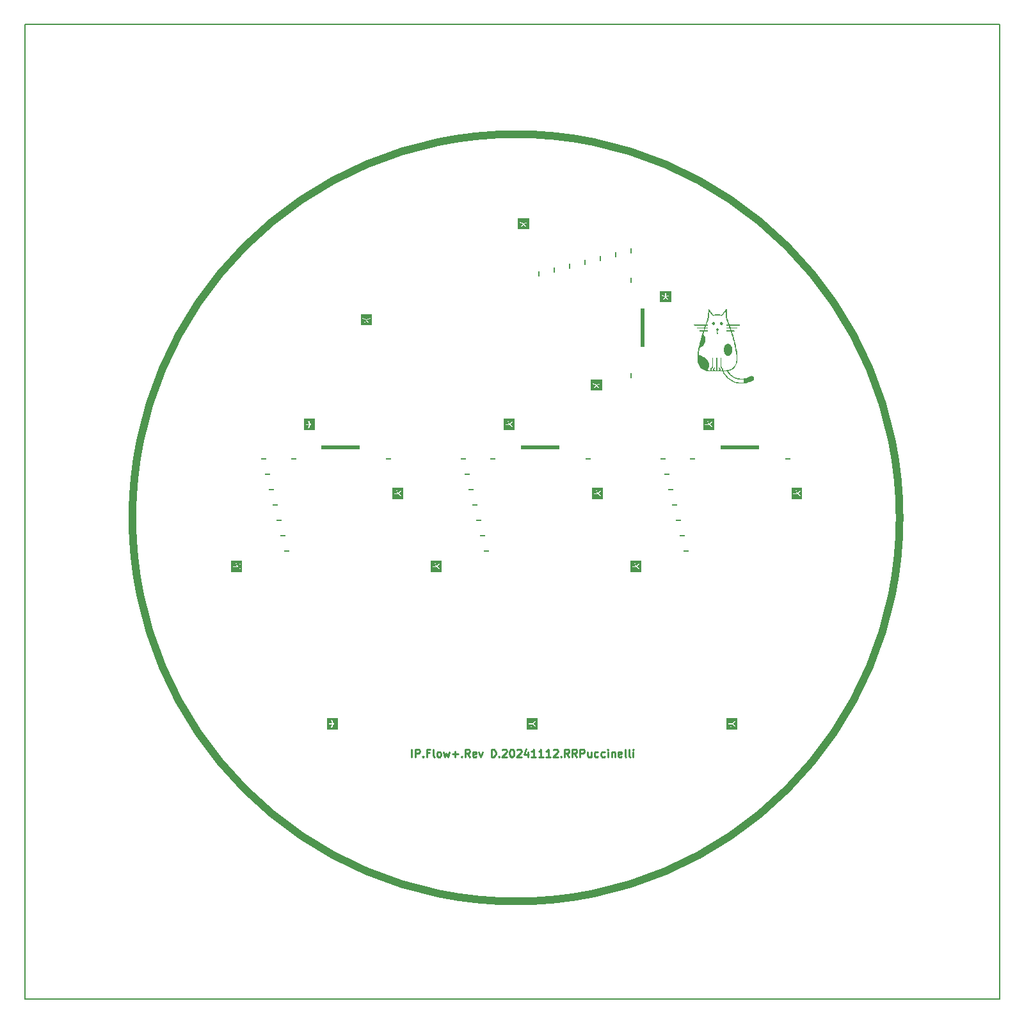
<source format=gbr>
%TF.GenerationSoftware,KiCad,Pcbnew,8.0.5*%
%TF.CreationDate,2024-11-12T16:01:04-08:00*%
%TF.ProjectId,ImmunoprecipitationDevice_RevD,496d6d75-6e6f-4707-9265-636970697461,rev?*%
%TF.SameCoordinates,Original*%
%TF.FileFunction,Legend,Top*%
%TF.FilePolarity,Positive*%
%FSLAX46Y46*%
G04 Gerber Fmt 4.6, Leading zero omitted, Abs format (unit mm)*
G04 Created by KiCad (PCBNEW 8.0.5) date 2024-11-12 16:01:04*
%MOMM*%
%LPD*%
G01*
G04 APERTURE LIST*
%ADD10C,1.015000*%
%ADD11C,0.253750*%
%ADD12C,0.101500*%
%ADD13C,0.000000*%
%ADD14R,0.710500X0.152250*%
%ADD15R,5.075000X0.558250*%
%ADD16R,0.152250X0.710500*%
%ADD17R,0.558250X5.075000*%
%ADD18C,0.152250*%
%TA.AperFunction,Profile*%
%ADD19C,0.203000*%
%TD*%
G04 APERTURE END LIST*
D10*
X115710000Y-65239125D02*
G75*
G02*
X14210000Y-65239125I-50750000J0D01*
G01*
X14210000Y-65239125D02*
G75*
G02*
X115710000Y-65239125I50750000J0D01*
G01*
D11*
X51158607Y-96881363D02*
X51158607Y-95866363D01*
X51641939Y-96881363D02*
X51641939Y-95866363D01*
X51641939Y-95866363D02*
X52028606Y-95866363D01*
X52028606Y-95866363D02*
X52125272Y-95914697D01*
X52125272Y-95914697D02*
X52173606Y-95963030D01*
X52173606Y-95963030D02*
X52221939Y-96059696D01*
X52221939Y-96059696D02*
X52221939Y-96204696D01*
X52221939Y-96204696D02*
X52173606Y-96301363D01*
X52173606Y-96301363D02*
X52125272Y-96349696D01*
X52125272Y-96349696D02*
X52028606Y-96398029D01*
X52028606Y-96398029D02*
X51641939Y-96398029D01*
X52656939Y-96784696D02*
X52705273Y-96833030D01*
X52705273Y-96833030D02*
X52656939Y-96881363D01*
X52656939Y-96881363D02*
X52608606Y-96833030D01*
X52608606Y-96833030D02*
X52656939Y-96784696D01*
X52656939Y-96784696D02*
X52656939Y-96881363D01*
X53478605Y-96349696D02*
X53140272Y-96349696D01*
X53140272Y-96881363D02*
X53140272Y-95866363D01*
X53140272Y-95866363D02*
X53623605Y-95866363D01*
X54155272Y-96881363D02*
X54058606Y-96833030D01*
X54058606Y-96833030D02*
X54010272Y-96736362D01*
X54010272Y-96736362D02*
X54010272Y-95866363D01*
X54686939Y-96881363D02*
X54590273Y-96833030D01*
X54590273Y-96833030D02*
X54541940Y-96784696D01*
X54541940Y-96784696D02*
X54493606Y-96688029D01*
X54493606Y-96688029D02*
X54493606Y-96398029D01*
X54493606Y-96398029D02*
X54541940Y-96301363D01*
X54541940Y-96301363D02*
X54590273Y-96253030D01*
X54590273Y-96253030D02*
X54686939Y-96204696D01*
X54686939Y-96204696D02*
X54831939Y-96204696D01*
X54831939Y-96204696D02*
X54928606Y-96253030D01*
X54928606Y-96253030D02*
X54976939Y-96301363D01*
X54976939Y-96301363D02*
X55025272Y-96398029D01*
X55025272Y-96398029D02*
X55025272Y-96688029D01*
X55025272Y-96688029D02*
X54976939Y-96784696D01*
X54976939Y-96784696D02*
X54928606Y-96833030D01*
X54928606Y-96833030D02*
X54831939Y-96881363D01*
X54831939Y-96881363D02*
X54686939Y-96881363D01*
X55363606Y-96204696D02*
X55556940Y-96881363D01*
X55556940Y-96881363D02*
X55750273Y-96398029D01*
X55750273Y-96398029D02*
X55943606Y-96881363D01*
X55943606Y-96881363D02*
X56136939Y-96204696D01*
X56523606Y-96494696D02*
X57296940Y-96494696D01*
X56910273Y-96881363D02*
X56910273Y-96108030D01*
X57780273Y-96784696D02*
X57828606Y-96833030D01*
X57828606Y-96833030D02*
X57780273Y-96881363D01*
X57780273Y-96881363D02*
X57731939Y-96833030D01*
X57731939Y-96833030D02*
X57780273Y-96784696D01*
X57780273Y-96784696D02*
X57780273Y-96881363D01*
X58843605Y-96881363D02*
X58505272Y-96398029D01*
X58263606Y-96881363D02*
X58263606Y-95866363D01*
X58263606Y-95866363D02*
X58650272Y-95866363D01*
X58650272Y-95866363D02*
X58746938Y-95914697D01*
X58746938Y-95914697D02*
X58795272Y-95963030D01*
X58795272Y-95963030D02*
X58843605Y-96059696D01*
X58843605Y-96059696D02*
X58843605Y-96204696D01*
X58843605Y-96204696D02*
X58795272Y-96301363D01*
X58795272Y-96301363D02*
X58746938Y-96349696D01*
X58746938Y-96349696D02*
X58650272Y-96398029D01*
X58650272Y-96398029D02*
X58263606Y-96398029D01*
X59665272Y-96833030D02*
X59568605Y-96881363D01*
X59568605Y-96881363D02*
X59375272Y-96881363D01*
X59375272Y-96881363D02*
X59278606Y-96833030D01*
X59278606Y-96833030D02*
X59230272Y-96736362D01*
X59230272Y-96736362D02*
X59230272Y-96349696D01*
X59230272Y-96349696D02*
X59278606Y-96253030D01*
X59278606Y-96253030D02*
X59375272Y-96204696D01*
X59375272Y-96204696D02*
X59568605Y-96204696D01*
X59568605Y-96204696D02*
X59665272Y-96253030D01*
X59665272Y-96253030D02*
X59713605Y-96349696D01*
X59713605Y-96349696D02*
X59713605Y-96446363D01*
X59713605Y-96446363D02*
X59230272Y-96543029D01*
X60051939Y-96204696D02*
X60293606Y-96881363D01*
X60293606Y-96881363D02*
X60535272Y-96204696D01*
X61695273Y-96881363D02*
X61695273Y-95866363D01*
X61695273Y-95866363D02*
X61936939Y-95866363D01*
X61936939Y-95866363D02*
X62081939Y-95914697D01*
X62081939Y-95914697D02*
X62178606Y-96011363D01*
X62178606Y-96011363D02*
X62226939Y-96108030D01*
X62226939Y-96108030D02*
X62275272Y-96301363D01*
X62275272Y-96301363D02*
X62275272Y-96446363D01*
X62275272Y-96446363D02*
X62226939Y-96639696D01*
X62226939Y-96639696D02*
X62178606Y-96736362D01*
X62178606Y-96736362D02*
X62081939Y-96833030D01*
X62081939Y-96833030D02*
X61936939Y-96881363D01*
X61936939Y-96881363D02*
X61695273Y-96881363D01*
X62710273Y-96784696D02*
X62758606Y-96833030D01*
X62758606Y-96833030D02*
X62710273Y-96881363D01*
X62710273Y-96881363D02*
X62661940Y-96833030D01*
X62661940Y-96833030D02*
X62710273Y-96784696D01*
X62710273Y-96784696D02*
X62710273Y-96881363D01*
X63145272Y-95963030D02*
X63193606Y-95914697D01*
X63193606Y-95914697D02*
X63290272Y-95866363D01*
X63290272Y-95866363D02*
X63531939Y-95866363D01*
X63531939Y-95866363D02*
X63628605Y-95914697D01*
X63628605Y-95914697D02*
X63676938Y-95963030D01*
X63676938Y-95963030D02*
X63725272Y-96059696D01*
X63725272Y-96059696D02*
X63725272Y-96156363D01*
X63725272Y-96156363D02*
X63676938Y-96301363D01*
X63676938Y-96301363D02*
X63096939Y-96881363D01*
X63096939Y-96881363D02*
X63725272Y-96881363D01*
X64353606Y-95866363D02*
X64450272Y-95866363D01*
X64450272Y-95866363D02*
X64546939Y-95914697D01*
X64546939Y-95914697D02*
X64595272Y-95963030D01*
X64595272Y-95963030D02*
X64643605Y-96059696D01*
X64643605Y-96059696D02*
X64691938Y-96253030D01*
X64691938Y-96253030D02*
X64691938Y-96494696D01*
X64691938Y-96494696D02*
X64643605Y-96688029D01*
X64643605Y-96688029D02*
X64595272Y-96784696D01*
X64595272Y-96784696D02*
X64546939Y-96833030D01*
X64546939Y-96833030D02*
X64450272Y-96881363D01*
X64450272Y-96881363D02*
X64353606Y-96881363D01*
X64353606Y-96881363D02*
X64256939Y-96833030D01*
X64256939Y-96833030D02*
X64208606Y-96784696D01*
X64208606Y-96784696D02*
X64160272Y-96688029D01*
X64160272Y-96688029D02*
X64111939Y-96494696D01*
X64111939Y-96494696D02*
X64111939Y-96253030D01*
X64111939Y-96253030D02*
X64160272Y-96059696D01*
X64160272Y-96059696D02*
X64208606Y-95963030D01*
X64208606Y-95963030D02*
X64256939Y-95914697D01*
X64256939Y-95914697D02*
X64353606Y-95866363D01*
X65078606Y-95963030D02*
X65126939Y-95914697D01*
X65126939Y-95914697D02*
X65223606Y-95866363D01*
X65223606Y-95866363D02*
X65465272Y-95866363D01*
X65465272Y-95866363D02*
X65561939Y-95914697D01*
X65561939Y-95914697D02*
X65610272Y-95963030D01*
X65610272Y-95963030D02*
X65658605Y-96059696D01*
X65658605Y-96059696D02*
X65658605Y-96156363D01*
X65658605Y-96156363D02*
X65610272Y-96301363D01*
X65610272Y-96301363D02*
X65030273Y-96881363D01*
X65030273Y-96881363D02*
X65658605Y-96881363D01*
X66528605Y-96204696D02*
X66528605Y-96881363D01*
X66286939Y-95818030D02*
X66045273Y-96543029D01*
X66045273Y-96543029D02*
X66673605Y-96543029D01*
X67591939Y-96881363D02*
X67011939Y-96881363D01*
X67301939Y-96881363D02*
X67301939Y-95866363D01*
X67301939Y-95866363D02*
X67205272Y-96011363D01*
X67205272Y-96011363D02*
X67108606Y-96108030D01*
X67108606Y-96108030D02*
X67011939Y-96156363D01*
X68558605Y-96881363D02*
X67978606Y-96881363D01*
X68268606Y-96881363D02*
X68268606Y-95866363D01*
X68268606Y-95866363D02*
X68171939Y-96011363D01*
X68171939Y-96011363D02*
X68075273Y-96108030D01*
X68075273Y-96108030D02*
X67978606Y-96156363D01*
X69525272Y-96881363D02*
X68945273Y-96881363D01*
X69235272Y-96881363D02*
X69235272Y-95866363D01*
X69235272Y-95866363D02*
X69138606Y-96011363D01*
X69138606Y-96011363D02*
X69041939Y-96108030D01*
X69041939Y-96108030D02*
X68945273Y-96156363D01*
X69911939Y-95963030D02*
X69960273Y-95914697D01*
X69960273Y-95914697D02*
X70056939Y-95866363D01*
X70056939Y-95866363D02*
X70298606Y-95866363D01*
X70298606Y-95866363D02*
X70395272Y-95914697D01*
X70395272Y-95914697D02*
X70443606Y-95963030D01*
X70443606Y-95963030D02*
X70491939Y-96059696D01*
X70491939Y-96059696D02*
X70491939Y-96156363D01*
X70491939Y-96156363D02*
X70443606Y-96301363D01*
X70443606Y-96301363D02*
X69863606Y-96881363D01*
X69863606Y-96881363D02*
X70491939Y-96881363D01*
X70926939Y-96784696D02*
X70975273Y-96833030D01*
X70975273Y-96833030D02*
X70926939Y-96881363D01*
X70926939Y-96881363D02*
X70878606Y-96833030D01*
X70878606Y-96833030D02*
X70926939Y-96784696D01*
X70926939Y-96784696D02*
X70926939Y-96881363D01*
X71990272Y-96881363D02*
X71651939Y-96398029D01*
X71410272Y-96881363D02*
X71410272Y-95866363D01*
X71410272Y-95866363D02*
X71796938Y-95866363D01*
X71796938Y-95866363D02*
X71893605Y-95914697D01*
X71893605Y-95914697D02*
X71941938Y-95963030D01*
X71941938Y-95963030D02*
X71990272Y-96059696D01*
X71990272Y-96059696D02*
X71990272Y-96204696D01*
X71990272Y-96204696D02*
X71941938Y-96301363D01*
X71941938Y-96301363D02*
X71893605Y-96349696D01*
X71893605Y-96349696D02*
X71796938Y-96398029D01*
X71796938Y-96398029D02*
X71410272Y-96398029D01*
X73005272Y-96881363D02*
X72666939Y-96398029D01*
X72425272Y-96881363D02*
X72425272Y-95866363D01*
X72425272Y-95866363D02*
X72811938Y-95866363D01*
X72811938Y-95866363D02*
X72908605Y-95914697D01*
X72908605Y-95914697D02*
X72956938Y-95963030D01*
X72956938Y-95963030D02*
X73005272Y-96059696D01*
X73005272Y-96059696D02*
X73005272Y-96204696D01*
X73005272Y-96204696D02*
X72956938Y-96301363D01*
X72956938Y-96301363D02*
X72908605Y-96349696D01*
X72908605Y-96349696D02*
X72811938Y-96398029D01*
X72811938Y-96398029D02*
X72425272Y-96398029D01*
X73440272Y-96881363D02*
X73440272Y-95866363D01*
X73440272Y-95866363D02*
X73826938Y-95866363D01*
X73826938Y-95866363D02*
X73923605Y-95914697D01*
X73923605Y-95914697D02*
X73971938Y-95963030D01*
X73971938Y-95963030D02*
X74020272Y-96059696D01*
X74020272Y-96059696D02*
X74020272Y-96204696D01*
X74020272Y-96204696D02*
X73971938Y-96301363D01*
X73971938Y-96301363D02*
X73923605Y-96349696D01*
X73923605Y-96349696D02*
X73826938Y-96398029D01*
X73826938Y-96398029D02*
X73440272Y-96398029D01*
X74890272Y-96204696D02*
X74890272Y-96881363D01*
X74455272Y-96204696D02*
X74455272Y-96736362D01*
X74455272Y-96736362D02*
X74503606Y-96833030D01*
X74503606Y-96833030D02*
X74600272Y-96881363D01*
X74600272Y-96881363D02*
X74745272Y-96881363D01*
X74745272Y-96881363D02*
X74841938Y-96833030D01*
X74841938Y-96833030D02*
X74890272Y-96784696D01*
X75808605Y-96833030D02*
X75711939Y-96881363D01*
X75711939Y-96881363D02*
X75518606Y-96881363D01*
X75518606Y-96881363D02*
X75421939Y-96833030D01*
X75421939Y-96833030D02*
X75373606Y-96784696D01*
X75373606Y-96784696D02*
X75325272Y-96688029D01*
X75325272Y-96688029D02*
X75325272Y-96398029D01*
X75325272Y-96398029D02*
X75373606Y-96301363D01*
X75373606Y-96301363D02*
X75421939Y-96253030D01*
X75421939Y-96253030D02*
X75518606Y-96204696D01*
X75518606Y-96204696D02*
X75711939Y-96204696D01*
X75711939Y-96204696D02*
X75808605Y-96253030D01*
X76678605Y-96833030D02*
X76581939Y-96881363D01*
X76581939Y-96881363D02*
X76388606Y-96881363D01*
X76388606Y-96881363D02*
X76291939Y-96833030D01*
X76291939Y-96833030D02*
X76243606Y-96784696D01*
X76243606Y-96784696D02*
X76195273Y-96688029D01*
X76195273Y-96688029D02*
X76195273Y-96398029D01*
X76195273Y-96398029D02*
X76243606Y-96301363D01*
X76243606Y-96301363D02*
X76291939Y-96253030D01*
X76291939Y-96253030D02*
X76388606Y-96204696D01*
X76388606Y-96204696D02*
X76581939Y-96204696D01*
X76581939Y-96204696D02*
X76678605Y-96253030D01*
X77113606Y-96881363D02*
X77113606Y-96204696D01*
X77113606Y-95866363D02*
X77065273Y-95914697D01*
X77065273Y-95914697D02*
X77113606Y-95963030D01*
X77113606Y-95963030D02*
X77161939Y-95914697D01*
X77161939Y-95914697D02*
X77113606Y-95866363D01*
X77113606Y-95866363D02*
X77113606Y-95963030D01*
X77596939Y-96204696D02*
X77596939Y-96881363D01*
X77596939Y-96301363D02*
X77645272Y-96253030D01*
X77645272Y-96253030D02*
X77741939Y-96204696D01*
X77741939Y-96204696D02*
X77886938Y-96204696D01*
X77886938Y-96204696D02*
X77983605Y-96253030D01*
X77983605Y-96253030D02*
X78031938Y-96349696D01*
X78031938Y-96349696D02*
X78031938Y-96881363D01*
X78901938Y-96833030D02*
X78805272Y-96881363D01*
X78805272Y-96881363D02*
X78611939Y-96881363D01*
X78611939Y-96881363D02*
X78515272Y-96833030D01*
X78515272Y-96833030D02*
X78466939Y-96736362D01*
X78466939Y-96736362D02*
X78466939Y-96349696D01*
X78466939Y-96349696D02*
X78515272Y-96253030D01*
X78515272Y-96253030D02*
X78611939Y-96204696D01*
X78611939Y-96204696D02*
X78805272Y-96204696D01*
X78805272Y-96204696D02*
X78901938Y-96253030D01*
X78901938Y-96253030D02*
X78950272Y-96349696D01*
X78950272Y-96349696D02*
X78950272Y-96446363D01*
X78950272Y-96446363D02*
X78466939Y-96543029D01*
X79530272Y-96881363D02*
X79433606Y-96833030D01*
X79433606Y-96833030D02*
X79385272Y-96736362D01*
X79385272Y-96736362D02*
X79385272Y-95866363D01*
X80061939Y-96881363D02*
X79965273Y-96833030D01*
X79965273Y-96833030D02*
X79916940Y-96736362D01*
X79916940Y-96736362D02*
X79916940Y-95866363D01*
X80448607Y-96881363D02*
X80448607Y-96204696D01*
X80448607Y-95866363D02*
X80400273Y-95914697D01*
X80400273Y-95914697D02*
X80448607Y-95963030D01*
X80448607Y-95963030D02*
X80496940Y-95914697D01*
X80496940Y-95914697D02*
X80448607Y-95866363D01*
X80448607Y-95866363D02*
X80448607Y-95963030D01*
D12*
G36*
X94191318Y-93250654D02*
G01*
X92769759Y-93250654D01*
X92769759Y-92481974D01*
X92995314Y-92481974D01*
X92995314Y-92501776D01*
X93002892Y-92520071D01*
X93016893Y-92534072D01*
X93035187Y-92541650D01*
X93045089Y-92542625D01*
X93453462Y-92542625D01*
X93287968Y-92956359D01*
X93285197Y-92965916D01*
X93285439Y-92985715D01*
X93293238Y-93003915D01*
X93307409Y-93017745D01*
X93325796Y-93025099D01*
X93345596Y-93024858D01*
X93363796Y-93017058D01*
X93377626Y-93002887D01*
X93382209Y-92994056D01*
X93550947Y-92572207D01*
X93884638Y-92822475D01*
X93893144Y-92827635D01*
X93912326Y-92832550D01*
X93931928Y-92829749D01*
X93948966Y-92819660D01*
X93960848Y-92803818D01*
X93965763Y-92784637D01*
X93962962Y-92765035D01*
X93952873Y-92747996D01*
X93945538Y-92741275D01*
X93613004Y-92491874D01*
X93945538Y-92242474D01*
X93952874Y-92235753D01*
X93962962Y-92218714D01*
X93965763Y-92199112D01*
X93960848Y-92179930D01*
X93948966Y-92164088D01*
X93931928Y-92154000D01*
X93912327Y-92151199D01*
X93893144Y-92156114D01*
X93884638Y-92161274D01*
X93550947Y-92411542D01*
X93382209Y-91989693D01*
X93377626Y-91980862D01*
X93363796Y-91966691D01*
X93345596Y-91958891D01*
X93325796Y-91958650D01*
X93307409Y-91966003D01*
X93293238Y-91979834D01*
X93285439Y-91998034D01*
X93285197Y-92017833D01*
X93287968Y-92027390D01*
X93453462Y-92441125D01*
X93045089Y-92441125D01*
X93035187Y-92442100D01*
X93016893Y-92449678D01*
X93002892Y-92463679D01*
X92995314Y-92481974D01*
X92769759Y-92481974D01*
X92769759Y-91733094D01*
X94191318Y-91733094D01*
X94191318Y-93250654D01*
G37*
G36*
X91146318Y-53665654D02*
G01*
X89724759Y-53665654D01*
X89724759Y-52896974D01*
X89950314Y-52896974D01*
X89950314Y-52916776D01*
X89957892Y-52935071D01*
X89971893Y-52949072D01*
X89990187Y-52956650D01*
X90000089Y-52957625D01*
X90408462Y-52957625D01*
X90242968Y-53371359D01*
X90240197Y-53380916D01*
X90240439Y-53400715D01*
X90248238Y-53418915D01*
X90262409Y-53432745D01*
X90280796Y-53440099D01*
X90300596Y-53439858D01*
X90318796Y-53432058D01*
X90332626Y-53417887D01*
X90337209Y-53409056D01*
X90505947Y-52987207D01*
X90839638Y-53237475D01*
X90848144Y-53242635D01*
X90867326Y-53247550D01*
X90886928Y-53244749D01*
X90903966Y-53234660D01*
X90915848Y-53218818D01*
X90920763Y-53199637D01*
X90917962Y-53180035D01*
X90907873Y-53162996D01*
X90900538Y-53156275D01*
X90568004Y-52906874D01*
X90900538Y-52657474D01*
X90907874Y-52650753D01*
X90917962Y-52633714D01*
X90920763Y-52614112D01*
X90915848Y-52594930D01*
X90903966Y-52579088D01*
X90886928Y-52569000D01*
X90867327Y-52566199D01*
X90848144Y-52571114D01*
X90839638Y-52576274D01*
X90505947Y-52826542D01*
X90337209Y-52404693D01*
X90332626Y-52395862D01*
X90318796Y-52381691D01*
X90300596Y-52373891D01*
X90280796Y-52373650D01*
X90262409Y-52381003D01*
X90248238Y-52394834D01*
X90240439Y-52413034D01*
X90240197Y-52432833D01*
X90242968Y-52442390D01*
X90408462Y-52856125D01*
X90000089Y-52856125D01*
X89990187Y-52857100D01*
X89971893Y-52864678D01*
X89957892Y-52878679D01*
X89950314Y-52896974D01*
X89724759Y-52896974D01*
X89724759Y-52148094D01*
X91146318Y-52148094D01*
X91146318Y-53665654D01*
G37*
G36*
X102818818Y-62800654D02*
G01*
X101397259Y-62800654D01*
X101397259Y-62031974D01*
X101622814Y-62031974D01*
X101622814Y-62051776D01*
X101630392Y-62070071D01*
X101644393Y-62084072D01*
X101662687Y-62091650D01*
X101672589Y-62092625D01*
X102080962Y-62092625D01*
X101915468Y-62506359D01*
X101912697Y-62515916D01*
X101912939Y-62535715D01*
X101920738Y-62553915D01*
X101934909Y-62567745D01*
X101953296Y-62575099D01*
X101973096Y-62574858D01*
X101991296Y-62567058D01*
X102005126Y-62552887D01*
X102009709Y-62544056D01*
X102178447Y-62122207D01*
X102512138Y-62372475D01*
X102520644Y-62377635D01*
X102539826Y-62382550D01*
X102559428Y-62379749D01*
X102576466Y-62369660D01*
X102588348Y-62353818D01*
X102593263Y-62334637D01*
X102590462Y-62315035D01*
X102580373Y-62297996D01*
X102573038Y-62291275D01*
X102240504Y-62041874D01*
X102573038Y-61792474D01*
X102580374Y-61785753D01*
X102590462Y-61768714D01*
X102593263Y-61749112D01*
X102588348Y-61729930D01*
X102576466Y-61714088D01*
X102559428Y-61704000D01*
X102539827Y-61701199D01*
X102520644Y-61706114D01*
X102512138Y-61711274D01*
X102178447Y-61961542D01*
X102009709Y-61539693D01*
X102005126Y-61530862D01*
X101991296Y-61516691D01*
X101973096Y-61508891D01*
X101953296Y-61508650D01*
X101934909Y-61516003D01*
X101920738Y-61529834D01*
X101912939Y-61548034D01*
X101912697Y-61567833D01*
X101915468Y-61577390D01*
X102080962Y-61991125D01*
X101672589Y-61991125D01*
X101662687Y-61992100D01*
X101644393Y-61999678D01*
X101630392Y-62013679D01*
X101622814Y-62031974D01*
X101397259Y-62031974D01*
X101397259Y-61283094D01*
X102818818Y-61283094D01*
X102818818Y-62800654D01*
G37*
G36*
X81503818Y-72443154D02*
G01*
X80082259Y-72443154D01*
X80082259Y-71674474D01*
X80307814Y-71674474D01*
X80307814Y-71694276D01*
X80315392Y-71712571D01*
X80329393Y-71726572D01*
X80347687Y-71734150D01*
X80357589Y-71735125D01*
X80765962Y-71735125D01*
X80600468Y-72148859D01*
X80597697Y-72158416D01*
X80597939Y-72178215D01*
X80605738Y-72196415D01*
X80619909Y-72210245D01*
X80638296Y-72217599D01*
X80658096Y-72217358D01*
X80676296Y-72209558D01*
X80690126Y-72195387D01*
X80694709Y-72186556D01*
X80863447Y-71764707D01*
X81197138Y-72014975D01*
X81205644Y-72020135D01*
X81224826Y-72025050D01*
X81244428Y-72022249D01*
X81261466Y-72012160D01*
X81273348Y-71996318D01*
X81278263Y-71977137D01*
X81275462Y-71957535D01*
X81265373Y-71940496D01*
X81258038Y-71933775D01*
X80925504Y-71684374D01*
X81258038Y-71434974D01*
X81265374Y-71428253D01*
X81275462Y-71411214D01*
X81278263Y-71391612D01*
X81273348Y-71372430D01*
X81261466Y-71356588D01*
X81244428Y-71346500D01*
X81224827Y-71343699D01*
X81205644Y-71348614D01*
X81197138Y-71353774D01*
X80863447Y-71604042D01*
X80694709Y-71182193D01*
X80690126Y-71173362D01*
X80676296Y-71159191D01*
X80658096Y-71151391D01*
X80638296Y-71151150D01*
X80619909Y-71158504D01*
X80605738Y-71172334D01*
X80597939Y-71190534D01*
X80597697Y-71210333D01*
X80600468Y-71219890D01*
X80765962Y-71633625D01*
X80357589Y-71633625D01*
X80347687Y-71634600D01*
X80329393Y-71642178D01*
X80315392Y-71656179D01*
X80307814Y-71674474D01*
X80082259Y-71674474D01*
X80082259Y-70925594D01*
X81503818Y-70925594D01*
X81503818Y-72443154D01*
G37*
G36*
X67801318Y-93250654D02*
G01*
X66379759Y-93250654D01*
X66379759Y-92481974D01*
X66605314Y-92481974D01*
X66605314Y-92501776D01*
X66612892Y-92520071D01*
X66626893Y-92534072D01*
X66645187Y-92541650D01*
X66655089Y-92542625D01*
X67063462Y-92542625D01*
X66897968Y-92956359D01*
X66895197Y-92965916D01*
X66895439Y-92985715D01*
X66903238Y-93003915D01*
X66917409Y-93017745D01*
X66935796Y-93025099D01*
X66955596Y-93024858D01*
X66973796Y-93017058D01*
X66987626Y-93002887D01*
X66992209Y-92994056D01*
X67160947Y-92572207D01*
X67494638Y-92822475D01*
X67503144Y-92827635D01*
X67522326Y-92832550D01*
X67541928Y-92829749D01*
X67558966Y-92819660D01*
X67570848Y-92803818D01*
X67575763Y-92784637D01*
X67572962Y-92765035D01*
X67562873Y-92747996D01*
X67555538Y-92741275D01*
X67223004Y-92491874D01*
X67555538Y-92242474D01*
X67562874Y-92235753D01*
X67572962Y-92218714D01*
X67575763Y-92199112D01*
X67570848Y-92179930D01*
X67558966Y-92164088D01*
X67541928Y-92154000D01*
X67522327Y-92151199D01*
X67503144Y-92156114D01*
X67494638Y-92161274D01*
X67160947Y-92411542D01*
X66992209Y-91989693D01*
X66987626Y-91980862D01*
X66973796Y-91966691D01*
X66955596Y-91958891D01*
X66935796Y-91958650D01*
X66917409Y-91966003D01*
X66903238Y-91979834D01*
X66895439Y-91998034D01*
X66895197Y-92017833D01*
X66897968Y-92027390D01*
X67063462Y-92441125D01*
X66655089Y-92441125D01*
X66645187Y-92442100D01*
X66626893Y-92449678D01*
X66612892Y-92463679D01*
X66605314Y-92481974D01*
X66379759Y-92481974D01*
X66379759Y-91733094D01*
X67801318Y-91733094D01*
X67801318Y-93250654D01*
G37*
G36*
X64756318Y-53665654D02*
G01*
X63334759Y-53665654D01*
X63334759Y-52896974D01*
X63560314Y-52896974D01*
X63560314Y-52916776D01*
X63567892Y-52935071D01*
X63581893Y-52949072D01*
X63600187Y-52956650D01*
X63610089Y-52957625D01*
X64018462Y-52957625D01*
X63852968Y-53371359D01*
X63850197Y-53380916D01*
X63850439Y-53400715D01*
X63858238Y-53418915D01*
X63872409Y-53432745D01*
X63890796Y-53440099D01*
X63910596Y-53439858D01*
X63928796Y-53432058D01*
X63942626Y-53417887D01*
X63947209Y-53409056D01*
X64115947Y-52987207D01*
X64449638Y-53237475D01*
X64458144Y-53242635D01*
X64477326Y-53247550D01*
X64496928Y-53244749D01*
X64513966Y-53234660D01*
X64525848Y-53218818D01*
X64530763Y-53199637D01*
X64527962Y-53180035D01*
X64517873Y-53162996D01*
X64510538Y-53156275D01*
X64178004Y-52906874D01*
X64510538Y-52657474D01*
X64517874Y-52650753D01*
X64527962Y-52633714D01*
X64530763Y-52614112D01*
X64525848Y-52594930D01*
X64513966Y-52579088D01*
X64496928Y-52569000D01*
X64477327Y-52566199D01*
X64458144Y-52571114D01*
X64449638Y-52576274D01*
X64115947Y-52826542D01*
X63947209Y-52404693D01*
X63942626Y-52395862D01*
X63928796Y-52381691D01*
X63910596Y-52373891D01*
X63890796Y-52373650D01*
X63872409Y-52381003D01*
X63858238Y-52394834D01*
X63850439Y-52413034D01*
X63850197Y-52432833D01*
X63852968Y-52442390D01*
X64018462Y-52856125D01*
X63610089Y-52856125D01*
X63600187Y-52857100D01*
X63581893Y-52864678D01*
X63567892Y-52878679D01*
X63560314Y-52896974D01*
X63334759Y-52896974D01*
X63334759Y-52148094D01*
X64756318Y-52148094D01*
X64756318Y-53665654D01*
G37*
G36*
X76428818Y-62800654D02*
G01*
X75007259Y-62800654D01*
X75007259Y-62031974D01*
X75232814Y-62031974D01*
X75232814Y-62051776D01*
X75240392Y-62070071D01*
X75254393Y-62084072D01*
X75272687Y-62091650D01*
X75282589Y-62092625D01*
X75690962Y-62092625D01*
X75525468Y-62506359D01*
X75522697Y-62515916D01*
X75522939Y-62535715D01*
X75530738Y-62553915D01*
X75544909Y-62567745D01*
X75563296Y-62575099D01*
X75583096Y-62574858D01*
X75601296Y-62567058D01*
X75615126Y-62552887D01*
X75619709Y-62544056D01*
X75788447Y-62122207D01*
X76122138Y-62372475D01*
X76130644Y-62377635D01*
X76149826Y-62382550D01*
X76169428Y-62379749D01*
X76186466Y-62369660D01*
X76198348Y-62353818D01*
X76203263Y-62334637D01*
X76200462Y-62315035D01*
X76190373Y-62297996D01*
X76183038Y-62291275D01*
X75850504Y-62041874D01*
X76183038Y-61792474D01*
X76190374Y-61785753D01*
X76200462Y-61768714D01*
X76203263Y-61749112D01*
X76198348Y-61729930D01*
X76186466Y-61714088D01*
X76169428Y-61704000D01*
X76149827Y-61701199D01*
X76130644Y-61706114D01*
X76122138Y-61711274D01*
X75788447Y-61961542D01*
X75619709Y-61539693D01*
X75615126Y-61530862D01*
X75601296Y-61516691D01*
X75583096Y-61508891D01*
X75563296Y-61508650D01*
X75544909Y-61516003D01*
X75530738Y-61529834D01*
X75522939Y-61548034D01*
X75522697Y-61567833D01*
X75525468Y-61577390D01*
X75690962Y-61991125D01*
X75282589Y-61991125D01*
X75272687Y-61992100D01*
X75254393Y-61999678D01*
X75240392Y-62013679D01*
X75232814Y-62031974D01*
X75007259Y-62031974D01*
X75007259Y-61283094D01*
X76428818Y-61283094D01*
X76428818Y-62800654D01*
G37*
G36*
X55113818Y-72443154D02*
G01*
X53692259Y-72443154D01*
X53692259Y-71674474D01*
X53917814Y-71674474D01*
X53917814Y-71694276D01*
X53925392Y-71712571D01*
X53939393Y-71726572D01*
X53957687Y-71734150D01*
X53967589Y-71735125D01*
X54375962Y-71735125D01*
X54210468Y-72148859D01*
X54207697Y-72158416D01*
X54207939Y-72178215D01*
X54215738Y-72196415D01*
X54229909Y-72210245D01*
X54248296Y-72217599D01*
X54268096Y-72217358D01*
X54286296Y-72209558D01*
X54300126Y-72195387D01*
X54304709Y-72186556D01*
X54473447Y-71764707D01*
X54807138Y-72014975D01*
X54815644Y-72020135D01*
X54834826Y-72025050D01*
X54854428Y-72022249D01*
X54871466Y-72012160D01*
X54883348Y-71996318D01*
X54888263Y-71977137D01*
X54885462Y-71957535D01*
X54875373Y-71940496D01*
X54868038Y-71933775D01*
X54535504Y-71684374D01*
X54868038Y-71434974D01*
X54875374Y-71428253D01*
X54885462Y-71411214D01*
X54888263Y-71391612D01*
X54883348Y-71372430D01*
X54871466Y-71356588D01*
X54854428Y-71346500D01*
X54834827Y-71343699D01*
X54815644Y-71348614D01*
X54807138Y-71353774D01*
X54473447Y-71604042D01*
X54304709Y-71182193D01*
X54300126Y-71173362D01*
X54286296Y-71159191D01*
X54268096Y-71151391D01*
X54248296Y-71151150D01*
X54229909Y-71158504D01*
X54215738Y-71172334D01*
X54207939Y-71190534D01*
X54207697Y-71210333D01*
X54210468Y-71219890D01*
X54375962Y-71633625D01*
X53967589Y-71633625D01*
X53957687Y-71634600D01*
X53939393Y-71642178D01*
X53925392Y-71656179D01*
X53917814Y-71674474D01*
X53692259Y-71674474D01*
X53692259Y-70925594D01*
X55113818Y-70925594D01*
X55113818Y-72443154D01*
G37*
G36*
X41411318Y-93250654D02*
G01*
X39989759Y-93250654D01*
X39989759Y-92481974D01*
X40215314Y-92481974D01*
X40215314Y-92501776D01*
X40222892Y-92520071D01*
X40236893Y-92534072D01*
X40255187Y-92541650D01*
X40265089Y-92542625D01*
X40673462Y-92542625D01*
X40507968Y-92956359D01*
X40505197Y-92965916D01*
X40505439Y-92985715D01*
X40513238Y-93003915D01*
X40527409Y-93017745D01*
X40545796Y-93025099D01*
X40565596Y-93024858D01*
X40583796Y-93017058D01*
X40597626Y-93002887D01*
X40602209Y-92994056D01*
X40770947Y-92572207D01*
X41104638Y-92822475D01*
X41113144Y-92827635D01*
X41132326Y-92832550D01*
X41151928Y-92829749D01*
X41168966Y-92819660D01*
X41180848Y-92803818D01*
X41185763Y-92784637D01*
X41182962Y-92765035D01*
X41172873Y-92747996D01*
X41165538Y-92741275D01*
X40833004Y-92491874D01*
X41165538Y-92242474D01*
X41172874Y-92235753D01*
X41182962Y-92218714D01*
X41185763Y-92199112D01*
X41180848Y-92179930D01*
X41168966Y-92164088D01*
X41151928Y-92154000D01*
X41132327Y-92151199D01*
X41113144Y-92156114D01*
X41104638Y-92161274D01*
X40770947Y-92411542D01*
X40602209Y-91989693D01*
X40597626Y-91980862D01*
X40583796Y-91966691D01*
X40565596Y-91958891D01*
X40545796Y-91958650D01*
X40527409Y-91966003D01*
X40513238Y-91979834D01*
X40505439Y-91998034D01*
X40505197Y-92017833D01*
X40507968Y-92027390D01*
X40673462Y-92441125D01*
X40265089Y-92441125D01*
X40255187Y-92442100D01*
X40236893Y-92449678D01*
X40222892Y-92463679D01*
X40215314Y-92481974D01*
X39989759Y-92481974D01*
X39989759Y-91733094D01*
X41411318Y-91733094D01*
X41411318Y-93250654D01*
G37*
G36*
X38366318Y-53665654D02*
G01*
X36944759Y-53665654D01*
X36944759Y-52896974D01*
X37170314Y-52896974D01*
X37170314Y-52916776D01*
X37177892Y-52935071D01*
X37191893Y-52949072D01*
X37210187Y-52956650D01*
X37220089Y-52957625D01*
X37628462Y-52957625D01*
X37462968Y-53371359D01*
X37460197Y-53380916D01*
X37460439Y-53400715D01*
X37468238Y-53418915D01*
X37482409Y-53432745D01*
X37500796Y-53440099D01*
X37520596Y-53439858D01*
X37538796Y-53432058D01*
X37552626Y-53417887D01*
X37557209Y-53409056D01*
X37725947Y-52987207D01*
X38059638Y-53237475D01*
X38068144Y-53242635D01*
X38087326Y-53247550D01*
X38106928Y-53244749D01*
X38123966Y-53234660D01*
X38135848Y-53218818D01*
X38140763Y-53199637D01*
X38137962Y-53180035D01*
X38127873Y-53162996D01*
X38120538Y-53156275D01*
X37788004Y-52906874D01*
X38120538Y-52657474D01*
X38127874Y-52650753D01*
X38137962Y-52633714D01*
X38140763Y-52614112D01*
X38135848Y-52594930D01*
X38123966Y-52579088D01*
X38106928Y-52569000D01*
X38087327Y-52566199D01*
X38068144Y-52571114D01*
X38059638Y-52576274D01*
X37725947Y-52826542D01*
X37557209Y-52404693D01*
X37552626Y-52395862D01*
X37538796Y-52381691D01*
X37520596Y-52373891D01*
X37500796Y-52373650D01*
X37482409Y-52381003D01*
X37468238Y-52394834D01*
X37460439Y-52413034D01*
X37460197Y-52432833D01*
X37462968Y-52442390D01*
X37628462Y-52856125D01*
X37220089Y-52856125D01*
X37210187Y-52857100D01*
X37191893Y-52864678D01*
X37177892Y-52878679D01*
X37170314Y-52896974D01*
X36944759Y-52896974D01*
X36944759Y-52148094D01*
X38366318Y-52148094D01*
X38366318Y-53665654D01*
G37*
G36*
X50038818Y-62800654D02*
G01*
X48617259Y-62800654D01*
X48617259Y-62031974D01*
X48842814Y-62031974D01*
X48842814Y-62051776D01*
X48850392Y-62070071D01*
X48864393Y-62084072D01*
X48882687Y-62091650D01*
X48892589Y-62092625D01*
X49300962Y-62092625D01*
X49135468Y-62506359D01*
X49132697Y-62515916D01*
X49132939Y-62535715D01*
X49140738Y-62553915D01*
X49154909Y-62567745D01*
X49173296Y-62575099D01*
X49193096Y-62574858D01*
X49211296Y-62567058D01*
X49225126Y-62552887D01*
X49229709Y-62544056D01*
X49398447Y-62122207D01*
X49732138Y-62372475D01*
X49740644Y-62377635D01*
X49759826Y-62382550D01*
X49779428Y-62379749D01*
X49796466Y-62369660D01*
X49808348Y-62353818D01*
X49813263Y-62334637D01*
X49810462Y-62315035D01*
X49800373Y-62297996D01*
X49793038Y-62291275D01*
X49460504Y-62041874D01*
X49793038Y-61792474D01*
X49800374Y-61785753D01*
X49810462Y-61768714D01*
X49813263Y-61749112D01*
X49808348Y-61729930D01*
X49796466Y-61714088D01*
X49779428Y-61704000D01*
X49759827Y-61701199D01*
X49740644Y-61706114D01*
X49732138Y-61711274D01*
X49398447Y-61961542D01*
X49229709Y-61539693D01*
X49225126Y-61530862D01*
X49211296Y-61516691D01*
X49193096Y-61508891D01*
X49173296Y-61508650D01*
X49154909Y-61516003D01*
X49140738Y-61529834D01*
X49132939Y-61548034D01*
X49132697Y-61567833D01*
X49135468Y-61577390D01*
X49300962Y-61991125D01*
X48892589Y-61991125D01*
X48882687Y-61992100D01*
X48864393Y-61999678D01*
X48850392Y-62013679D01*
X48842814Y-62031974D01*
X48617259Y-62031974D01*
X48617259Y-61283094D01*
X50038818Y-61283094D01*
X50038818Y-62800654D01*
G37*
G36*
X28723818Y-72443154D02*
G01*
X27302259Y-72443154D01*
X27302259Y-71674474D01*
X27527814Y-71674474D01*
X27527814Y-71694276D01*
X27535392Y-71712571D01*
X27549393Y-71726572D01*
X27567687Y-71734150D01*
X27577589Y-71735125D01*
X27985962Y-71735125D01*
X27820468Y-72148859D01*
X27817697Y-72158416D01*
X27817939Y-72178215D01*
X27825738Y-72196415D01*
X27839909Y-72210245D01*
X27858296Y-72217599D01*
X27878096Y-72217358D01*
X27896296Y-72209558D01*
X27910126Y-72195387D01*
X27914709Y-72186556D01*
X28083447Y-71764707D01*
X28417138Y-72014975D01*
X28425644Y-72020135D01*
X28444826Y-72025050D01*
X28464428Y-72022249D01*
X28481466Y-72012160D01*
X28493348Y-71996318D01*
X28498263Y-71977137D01*
X28495462Y-71957535D01*
X28485373Y-71940496D01*
X28478038Y-71933775D01*
X28145504Y-71684374D01*
X28478038Y-71434974D01*
X28485374Y-71428253D01*
X28495462Y-71411214D01*
X28498263Y-71391612D01*
X28493348Y-71372430D01*
X28481466Y-71356588D01*
X28464428Y-71346500D01*
X28444827Y-71343699D01*
X28425644Y-71348614D01*
X28417138Y-71353774D01*
X28083447Y-71604042D01*
X27914709Y-71182193D01*
X27910126Y-71173362D01*
X27896296Y-71159191D01*
X27878096Y-71151391D01*
X27858296Y-71151150D01*
X27839909Y-71158504D01*
X27825738Y-71172334D01*
X27817939Y-71190534D01*
X27817697Y-71210333D01*
X27820468Y-71219890D01*
X27985962Y-71633625D01*
X27577589Y-71633625D01*
X27567687Y-71634600D01*
X27549393Y-71642178D01*
X27535392Y-71656179D01*
X27527814Y-71674474D01*
X27302259Y-71674474D01*
X27302259Y-70925594D01*
X28723818Y-70925594D01*
X28723818Y-72443154D01*
G37*
G36*
X45926279Y-39736568D02*
G01*
X44408719Y-39736568D01*
X44408719Y-38871046D01*
X44634275Y-38871046D01*
X44634516Y-38890846D01*
X44642316Y-38909046D01*
X44656487Y-38922876D01*
X44665318Y-38927459D01*
X45087166Y-39096197D01*
X44836899Y-39429888D01*
X44831739Y-39438394D01*
X44826824Y-39457576D01*
X44829625Y-39477178D01*
X44839714Y-39494216D01*
X44855556Y-39506098D01*
X44874737Y-39511013D01*
X44894339Y-39508212D01*
X44911378Y-39498123D01*
X44918099Y-39490788D01*
X45167499Y-39158254D01*
X45416900Y-39490788D01*
X45423621Y-39498124D01*
X45440660Y-39508212D01*
X45460262Y-39511013D01*
X45479444Y-39506098D01*
X45495286Y-39494216D01*
X45505374Y-39477178D01*
X45508175Y-39457577D01*
X45503260Y-39438394D01*
X45498100Y-39429888D01*
X45247831Y-39096197D01*
X45669680Y-38927459D01*
X45678512Y-38922876D01*
X45692683Y-38909046D01*
X45700483Y-38890846D01*
X45700724Y-38871046D01*
X45693369Y-38852659D01*
X45679539Y-38838488D01*
X45661340Y-38830689D01*
X45641540Y-38830447D01*
X45631984Y-38833218D01*
X45218249Y-38998712D01*
X45218249Y-38590339D01*
X45217274Y-38580437D01*
X45209696Y-38562143D01*
X45195695Y-38548142D01*
X45177400Y-38540564D01*
X45157598Y-38540564D01*
X45139303Y-38548142D01*
X45125302Y-38562143D01*
X45117724Y-38580437D01*
X45116749Y-38590339D01*
X45116749Y-38998712D01*
X44703015Y-38833218D01*
X44693458Y-38830447D01*
X44673659Y-38830689D01*
X44655459Y-38838488D01*
X44641628Y-38852659D01*
X44634275Y-38871046D01*
X44408719Y-38871046D01*
X44408719Y-38315009D01*
X45926279Y-38315009D01*
X45926279Y-39736568D01*
G37*
G36*
X85511279Y-36691568D02*
G01*
X83993719Y-36691568D01*
X83993719Y-35826046D01*
X84219275Y-35826046D01*
X84219516Y-35845846D01*
X84227316Y-35864046D01*
X84241487Y-35877876D01*
X84250318Y-35882459D01*
X84672166Y-36051197D01*
X84421899Y-36384888D01*
X84416739Y-36393394D01*
X84411824Y-36412576D01*
X84414625Y-36432178D01*
X84424714Y-36449216D01*
X84440556Y-36461098D01*
X84459737Y-36466013D01*
X84479339Y-36463212D01*
X84496378Y-36453123D01*
X84503099Y-36445788D01*
X84752499Y-36113254D01*
X85001900Y-36445788D01*
X85008621Y-36453124D01*
X85025660Y-36463212D01*
X85045262Y-36466013D01*
X85064444Y-36461098D01*
X85080286Y-36449216D01*
X85090374Y-36432178D01*
X85093175Y-36412577D01*
X85088260Y-36393394D01*
X85083100Y-36384888D01*
X84832831Y-36051197D01*
X85254680Y-35882459D01*
X85263512Y-35877876D01*
X85277683Y-35864046D01*
X85285483Y-35845846D01*
X85285724Y-35826046D01*
X85278369Y-35807659D01*
X85264539Y-35793488D01*
X85246340Y-35785689D01*
X85226540Y-35785447D01*
X85216984Y-35788218D01*
X84803249Y-35953712D01*
X84803249Y-35545339D01*
X84802274Y-35535437D01*
X84794696Y-35517143D01*
X84780695Y-35503142D01*
X84762400Y-35495564D01*
X84742598Y-35495564D01*
X84724303Y-35503142D01*
X84710302Y-35517143D01*
X84702724Y-35535437D01*
X84701749Y-35545339D01*
X84701749Y-35953712D01*
X84288015Y-35788218D01*
X84278458Y-35785447D01*
X84258659Y-35785689D01*
X84240459Y-35793488D01*
X84226628Y-35807659D01*
X84219275Y-35826046D01*
X83993719Y-35826046D01*
X83993719Y-35270009D01*
X85511279Y-35270009D01*
X85511279Y-36691568D01*
G37*
G36*
X76376279Y-48364068D02*
G01*
X74858719Y-48364068D01*
X74858719Y-47498546D01*
X75084275Y-47498546D01*
X75084516Y-47518346D01*
X75092316Y-47536546D01*
X75106487Y-47550376D01*
X75115318Y-47554959D01*
X75537166Y-47723697D01*
X75286899Y-48057388D01*
X75281739Y-48065894D01*
X75276824Y-48085076D01*
X75279625Y-48104678D01*
X75289714Y-48121716D01*
X75305556Y-48133598D01*
X75324737Y-48138513D01*
X75344339Y-48135712D01*
X75361378Y-48125623D01*
X75368099Y-48118288D01*
X75617499Y-47785754D01*
X75866900Y-48118288D01*
X75873621Y-48125624D01*
X75890660Y-48135712D01*
X75910262Y-48138513D01*
X75929444Y-48133598D01*
X75945286Y-48121716D01*
X75955374Y-48104678D01*
X75958175Y-48085077D01*
X75953260Y-48065894D01*
X75948100Y-48057388D01*
X75697831Y-47723697D01*
X76119680Y-47554959D01*
X76128512Y-47550376D01*
X76142683Y-47536546D01*
X76150483Y-47518346D01*
X76150724Y-47498546D01*
X76143369Y-47480159D01*
X76129539Y-47465988D01*
X76111340Y-47458189D01*
X76091540Y-47457947D01*
X76081984Y-47460718D01*
X75668249Y-47626212D01*
X75668249Y-47217839D01*
X75667274Y-47207937D01*
X75659696Y-47189643D01*
X75645695Y-47175642D01*
X75627400Y-47168064D01*
X75607598Y-47168064D01*
X75589303Y-47175642D01*
X75575302Y-47189643D01*
X75567724Y-47207937D01*
X75566749Y-47217839D01*
X75566749Y-47626212D01*
X75153015Y-47460718D01*
X75143458Y-47457947D01*
X75123659Y-47458189D01*
X75105459Y-47465988D01*
X75091628Y-47480159D01*
X75084275Y-47498546D01*
X74858719Y-47498546D01*
X74858719Y-46942509D01*
X76376279Y-46942509D01*
X76376279Y-48364068D01*
G37*
G36*
X66733779Y-27049068D02*
G01*
X65216219Y-27049068D01*
X65216219Y-26183546D01*
X65441775Y-26183546D01*
X65442016Y-26203346D01*
X65449816Y-26221546D01*
X65463987Y-26235376D01*
X65472818Y-26239959D01*
X65894666Y-26408697D01*
X65644399Y-26742388D01*
X65639239Y-26750894D01*
X65634324Y-26770076D01*
X65637125Y-26789678D01*
X65647214Y-26806716D01*
X65663056Y-26818598D01*
X65682237Y-26823513D01*
X65701839Y-26820712D01*
X65718878Y-26810623D01*
X65725599Y-26803288D01*
X65974999Y-26470754D01*
X66224400Y-26803288D01*
X66231121Y-26810624D01*
X66248160Y-26820712D01*
X66267762Y-26823513D01*
X66286944Y-26818598D01*
X66302786Y-26806716D01*
X66312874Y-26789678D01*
X66315675Y-26770077D01*
X66310760Y-26750894D01*
X66305600Y-26742388D01*
X66055331Y-26408697D01*
X66477180Y-26239959D01*
X66486012Y-26235376D01*
X66500183Y-26221546D01*
X66507983Y-26203346D01*
X66508224Y-26183546D01*
X66500869Y-26165159D01*
X66487039Y-26150988D01*
X66468840Y-26143189D01*
X66449040Y-26142947D01*
X66439484Y-26145718D01*
X66025749Y-26311212D01*
X66025749Y-25902839D01*
X66024774Y-25892937D01*
X66017196Y-25874643D01*
X66003195Y-25860642D01*
X65984900Y-25853064D01*
X65965098Y-25853064D01*
X65946803Y-25860642D01*
X65932802Y-25874643D01*
X65925224Y-25892937D01*
X65924249Y-25902839D01*
X65924249Y-26311212D01*
X65510515Y-26145718D01*
X65500958Y-26142947D01*
X65481159Y-26143189D01*
X65462959Y-26150988D01*
X65449128Y-26165159D01*
X65441775Y-26183546D01*
X65216219Y-26183546D01*
X65216219Y-25627509D01*
X66733779Y-25627509D01*
X66733779Y-27049068D01*
G37*
D13*
G36*
X91106959Y-39319500D02*
G01*
X91163619Y-39339113D01*
X91217743Y-39379338D01*
X91252774Y-39432313D01*
X91268900Y-39492560D01*
X91266314Y-39554600D01*
X91245205Y-39612953D01*
X91205763Y-39662140D01*
X91151225Y-39695493D01*
X91088795Y-39714193D01*
X91036828Y-39713158D01*
X90986636Y-39691372D01*
X90960688Y-39673297D01*
X90908585Y-39619858D01*
X90879600Y-39559043D01*
X90874392Y-39495147D01*
X90893617Y-39432470D01*
X90918248Y-39395925D01*
X90975520Y-39345063D01*
X91039232Y-39319401D01*
X91106959Y-39319500D01*
G37*
G36*
X92176496Y-39343158D02*
G01*
X92234517Y-39362685D01*
X92283775Y-39398399D01*
X92319721Y-39448273D01*
X92337805Y-39510275D01*
X92337953Y-39554906D01*
X92321338Y-39619971D01*
X92284487Y-39671213D01*
X92224489Y-39712617D01*
X92221637Y-39714089D01*
X92177841Y-39734262D01*
X92144192Y-39741525D01*
X92108201Y-39737294D01*
X92080952Y-39730020D01*
X92047091Y-39713164D01*
X92008796Y-39684344D01*
X91993900Y-39670216D01*
X91968284Y-39641585D01*
X91954319Y-39616258D01*
X91948509Y-39584167D01*
X91947360Y-39536115D01*
X91948487Y-39487768D01*
X91954249Y-39456194D01*
X91968226Y-39431401D01*
X91993994Y-39403397D01*
X91995369Y-39402021D01*
X92052373Y-39360796D01*
X92114266Y-39341852D01*
X92176496Y-39343158D01*
G37*
G36*
X91647022Y-40158115D02*
G01*
X91700244Y-40185935D01*
X91737431Y-40228907D01*
X91757809Y-40281101D01*
X91760603Y-40336593D01*
X91745038Y-40389456D01*
X91710339Y-40433760D01*
X91685315Y-40450993D01*
X91643138Y-40474127D01*
X91649937Y-40709212D01*
X91651633Y-40794066D01*
X91651586Y-40866351D01*
X91649888Y-40922117D01*
X91646629Y-40957412D01*
X91644017Y-40967022D01*
X91620282Y-40986436D01*
X91589738Y-40986984D01*
X91569132Y-40973005D01*
X91564413Y-40954733D01*
X91559439Y-40914317D01*
X91554606Y-40856388D01*
X91550307Y-40785578D01*
X91547264Y-40715914D01*
X91538604Y-40475563D01*
X91492034Y-40437177D01*
X91450930Y-40389259D01*
X91432318Y-40336167D01*
X91433706Y-40282387D01*
X91452604Y-40232405D01*
X91486521Y-40190705D01*
X91532965Y-40161775D01*
X91589445Y-40150097D01*
X91647022Y-40158115D01*
G37*
G36*
X93071934Y-42191151D02*
G01*
X93167102Y-42216173D01*
X93258926Y-42265645D01*
X93338083Y-42332953D01*
X93419990Y-42435299D01*
X93484788Y-42554749D01*
X93532029Y-42687434D01*
X93561266Y-42829488D01*
X93572055Y-42977044D01*
X93563947Y-43126232D01*
X93536498Y-43273187D01*
X93489259Y-43414042D01*
X93468262Y-43460574D01*
X93403146Y-43572111D01*
X93326542Y-43662933D01*
X93240250Y-43731627D01*
X93146070Y-43776784D01*
X93045805Y-43796986D01*
X93038868Y-43797416D01*
X92976707Y-43796845D01*
X92919297Y-43789679D01*
X92895890Y-43783748D01*
X92796905Y-43737433D01*
X92707431Y-43666987D01*
X92628531Y-43573697D01*
X92561271Y-43458854D01*
X92506716Y-43323743D01*
X92501070Y-43306216D01*
X92488591Y-43263220D01*
X92479895Y-43222872D01*
X92474337Y-43178814D01*
X92471274Y-43124687D01*
X92470062Y-43054133D01*
X92469959Y-42998655D01*
X92471740Y-42891201D01*
X92477689Y-42803442D01*
X92489195Y-42728435D01*
X92507651Y-42659234D01*
X92534447Y-42588895D01*
X92565538Y-42521552D01*
X92630208Y-42412218D01*
X92705980Y-42323806D01*
X92790446Y-42256905D01*
X92881199Y-42212105D01*
X92975830Y-42189990D01*
X93071934Y-42191151D01*
G37*
G36*
X90477130Y-37619082D02*
G01*
X90496286Y-37633628D01*
X90522342Y-37660875D01*
X90557490Y-37703278D01*
X90603921Y-37763294D01*
X90650715Y-37825715D01*
X90711435Y-37907301D01*
X90778217Y-37996847D01*
X90845021Y-38086267D01*
X90905812Y-38167477D01*
X90939054Y-38211784D01*
X91070618Y-38386919D01*
X91154082Y-38369394D01*
X91315772Y-38343857D01*
X91492848Y-38330668D01*
X91676985Y-38329709D01*
X91859863Y-38340860D01*
X92033159Y-38364002D01*
X92128162Y-38383377D01*
X92143298Y-38384612D01*
X92158787Y-38378650D01*
X92177927Y-38362317D01*
X92204019Y-38332442D01*
X92240358Y-38285852D01*
X92268786Y-38248109D01*
X92374593Y-38106913D01*
X92465232Y-37986318D01*
X92541438Y-37885367D01*
X92603943Y-37803105D01*
X92653476Y-37738573D01*
X92690771Y-37690816D01*
X92716560Y-37658879D01*
X92731574Y-37641804D01*
X92735261Y-37638546D01*
X92773259Y-37628477D01*
X92811264Y-37639830D01*
X92830521Y-37657937D01*
X92836002Y-37668762D01*
X92840451Y-37685752D01*
X92843974Y-37711505D01*
X92846672Y-37748617D01*
X92848646Y-37799688D01*
X92850002Y-37867314D01*
X92850839Y-37954094D01*
X92851260Y-38062625D01*
X92851370Y-38186454D01*
X92851434Y-38315819D01*
X92851721Y-38421312D01*
X92852377Y-38505849D01*
X92853544Y-38572347D01*
X92855365Y-38623718D01*
X92857985Y-38662879D01*
X92861548Y-38692744D01*
X92866196Y-38716227D01*
X92872074Y-38736245D01*
X92879326Y-38755712D01*
X92879446Y-38756013D01*
X92893967Y-38793754D01*
X92915657Y-38851564D01*
X92942946Y-38925147D01*
X92974269Y-39010204D01*
X93008060Y-39102439D01*
X93042754Y-39197550D01*
X93076784Y-39291243D01*
X93108584Y-39379217D01*
X93136588Y-39457177D01*
X93159229Y-39520823D01*
X93174944Y-39565857D01*
X93179816Y-39580366D01*
X93194435Y-39620566D01*
X93207672Y-39649198D01*
X93214093Y-39657863D01*
X93229354Y-39659237D01*
X93268767Y-39660492D01*
X93329700Y-39661603D01*
X93409519Y-39662546D01*
X93505594Y-39663295D01*
X93615290Y-39663826D01*
X93735976Y-39664113D01*
X93865018Y-39664131D01*
X93875867Y-39664120D01*
X94047623Y-39664226D01*
X94195039Y-39664946D01*
X94317703Y-39666274D01*
X94415206Y-39668202D01*
X94487140Y-39670719D01*
X94533096Y-39673820D01*
X94552380Y-39677332D01*
X94587238Y-39706967D01*
X94598332Y-39743343D01*
X94586371Y-39778603D01*
X94565021Y-39811187D01*
X93914350Y-39811187D01*
X93760103Y-39811318D01*
X93630802Y-39811742D01*
X93524609Y-39812508D01*
X93439684Y-39813663D01*
X93374190Y-39815256D01*
X93326288Y-39817332D01*
X93294139Y-39819942D01*
X93275905Y-39823132D01*
X93269748Y-39826950D01*
X93269848Y-39827927D01*
X93276820Y-39848306D01*
X93289404Y-39886297D01*
X93304993Y-39934019D01*
X93306420Y-39938417D01*
X93322590Y-39985683D01*
X93336861Y-40022859D01*
X93346385Y-40042570D01*
X93346982Y-40043314D01*
X93353429Y-40048167D01*
X93364807Y-40052107D01*
X93383787Y-40055248D01*
X93413041Y-40057703D01*
X93455240Y-40059584D01*
X93513055Y-40061003D01*
X93589160Y-40062072D01*
X93686224Y-40062907D01*
X93806920Y-40063617D01*
X93831430Y-40063741D01*
X93945172Y-40064478D01*
X94035064Y-40065540D01*
X94104038Y-40067094D01*
X94155028Y-40069305D01*
X94190969Y-40072341D01*
X94214793Y-40076368D01*
X94229434Y-40081551D01*
X94236561Y-40086694D01*
X94255894Y-40122159D01*
X94249451Y-40162193D01*
X94238658Y-40180191D01*
X94232244Y-40187476D01*
X94222918Y-40193201D01*
X94207763Y-40197514D01*
X94183862Y-40200557D01*
X94148295Y-40202475D01*
X94098145Y-40203414D01*
X94030494Y-40203518D01*
X93942424Y-40202931D01*
X93831016Y-40201800D01*
X93808163Y-40201549D01*
X93689978Y-40200411D01*
X93596089Y-40199958D01*
X93524013Y-40200272D01*
X93471269Y-40201435D01*
X93435371Y-40203531D01*
X93413839Y-40206641D01*
X93404189Y-40210848D01*
X93403344Y-40215026D01*
X93410163Y-40235873D01*
X93422150Y-40274811D01*
X93436967Y-40324220D01*
X93440258Y-40335344D01*
X93470442Y-40437630D01*
X93651130Y-40442910D01*
X93725252Y-40445474D01*
X93777186Y-40448571D01*
X93811529Y-40452911D01*
X93832880Y-40459208D01*
X93845834Y-40468171D01*
X93850517Y-40473762D01*
X93867928Y-40514719D01*
X93859567Y-40552526D01*
X93848171Y-40566919D01*
X93832228Y-40576830D01*
X93804920Y-40583225D01*
X93761402Y-40586724D01*
X93696835Y-40587940D01*
X93682994Y-40587965D01*
X93623594Y-40588572D01*
X93574728Y-40590215D01*
X93542217Y-40592628D01*
X93531922Y-40594905D01*
X93533728Y-40609151D01*
X93542708Y-40645051D01*
X93557775Y-40698780D01*
X93577846Y-40766511D01*
X93601834Y-40844419D01*
X93610771Y-40872805D01*
X93709452Y-41193355D01*
X93802190Y-41512416D01*
X93888374Y-41827350D01*
X93967391Y-42135522D01*
X94038627Y-42434296D01*
X94101472Y-42721035D01*
X94155313Y-42993105D01*
X94199537Y-43247867D01*
X94233533Y-43482686D01*
X94250010Y-43624888D01*
X94270094Y-43904395D01*
X94271153Y-44166114D01*
X94253238Y-44409865D01*
X94216401Y-44635469D01*
X94160692Y-44842749D01*
X94086164Y-45031522D01*
X93992866Y-45201612D01*
X93880852Y-45352840D01*
X93750172Y-45485028D01*
X93706043Y-45521980D01*
X93656151Y-45559010D01*
X93596257Y-45599015D01*
X93531401Y-45639125D01*
X93466624Y-45676471D01*
X93406967Y-45708184D01*
X93357470Y-45731396D01*
X93323174Y-45743237D01*
X93315649Y-45744165D01*
X93289765Y-45749891D01*
X93257585Y-45763085D01*
X93225806Y-45775439D01*
X93177765Y-45790193D01*
X93123427Y-45804306D01*
X93119224Y-45805289D01*
X93070921Y-45816827D01*
X93033934Y-45826300D01*
X93014982Y-45831972D01*
X93013936Y-45832507D01*
X93019612Y-45844042D01*
X93038621Y-45872646D01*
X93068039Y-45914095D01*
X93104941Y-45964172D01*
X93107627Y-45967755D01*
X93264342Y-46155701D01*
X93435591Y-46321920D01*
X93620124Y-46465833D01*
X93816693Y-46586861D01*
X94024048Y-46684423D01*
X94240939Y-46757940D01*
X94466119Y-46806834D01*
X94698338Y-46830525D01*
X94936345Y-46828433D01*
X94960031Y-46826812D01*
X95179129Y-46799996D01*
X95395447Y-46752889D01*
X95603582Y-46687109D01*
X95798130Y-46604275D01*
X95918261Y-46539995D01*
X96000369Y-46498394D01*
X96073528Y-46476798D01*
X96144733Y-46473686D01*
X96191741Y-46480533D01*
X96277019Y-46510779D01*
X96347843Y-46560656D01*
X96402172Y-46626054D01*
X96437961Y-46702866D01*
X96453168Y-46786985D01*
X96445752Y-46874305D01*
X96422129Y-46943763D01*
X96396986Y-46988775D01*
X96364186Y-47028768D01*
X96319875Y-47066773D01*
X96260199Y-47105820D01*
X96181303Y-47148939D01*
X96125892Y-47176678D01*
X95946853Y-47257106D01*
X95759529Y-47328001D01*
X95571054Y-47387101D01*
X95388559Y-47432147D01*
X95235653Y-47458760D01*
X95183126Y-47466240D01*
X95141265Y-47473065D01*
X95116793Y-47478107D01*
X95113509Y-47479284D01*
X95095136Y-47482621D01*
X95054814Y-47485449D01*
X94997378Y-47487727D01*
X94927662Y-47489412D01*
X94850500Y-47490465D01*
X94770724Y-47490841D01*
X94693167Y-47490500D01*
X94622667Y-47489402D01*
X94564052Y-47487503D01*
X94522160Y-47484761D01*
X94518764Y-47484405D01*
X94262008Y-47443559D01*
X94009333Y-47379097D01*
X93764246Y-47292380D01*
X93530252Y-47184775D01*
X93310859Y-47057645D01*
X93170556Y-46959805D01*
X93094464Y-46898607D01*
X93007671Y-46822235D01*
X92916137Y-46736489D01*
X92825824Y-46647166D01*
X92742694Y-46560064D01*
X92672705Y-46480983D01*
X92650797Y-46454241D01*
X92588500Y-46372127D01*
X92521177Y-46276788D01*
X92454047Y-46176113D01*
X92392330Y-46077987D01*
X92341245Y-45990301D01*
X92329866Y-45969276D01*
X92285290Y-45885182D01*
X92452058Y-45885182D01*
X92454079Y-45900089D01*
X92469765Y-45932951D01*
X92496789Y-45980237D01*
X92532820Y-46038414D01*
X92575532Y-46103951D01*
X92622599Y-46173316D01*
X92671689Y-46242977D01*
X92720478Y-46309402D01*
X92766638Y-46369060D01*
X92789111Y-46396575D01*
X92973970Y-46598599D01*
X93170665Y-46776620D01*
X93379549Y-46930830D01*
X93600972Y-47061424D01*
X93835283Y-47168596D01*
X94082837Y-47252538D01*
X94343981Y-47313446D01*
X94491978Y-47336989D01*
X94528826Y-47340187D01*
X94583352Y-47342675D01*
X94650841Y-47344462D01*
X94726578Y-47345551D01*
X94805847Y-47345949D01*
X94883933Y-47345661D01*
X94956117Y-47344692D01*
X95017687Y-47343049D01*
X95063926Y-47340736D01*
X95090117Y-47337760D01*
X95094032Y-47336287D01*
X95094026Y-47321012D01*
X95087137Y-47288755D01*
X95080026Y-47263614D01*
X95069287Y-47217601D01*
X95059546Y-47156791D01*
X95052668Y-47093161D01*
X95051954Y-47083437D01*
X95044220Y-46969599D01*
X94788189Y-46969311D01*
X94687446Y-46968616D01*
X94606902Y-46966461D01*
X94539987Y-46962353D01*
X94480134Y-46955799D01*
X94420773Y-46946309D01*
X94382198Y-46938907D01*
X94141048Y-46877389D01*
X93912608Y-46792336D01*
X93697198Y-46683963D01*
X93495139Y-46552483D01*
X93306750Y-46398111D01*
X93132354Y-46221062D01*
X92972271Y-46021547D01*
X92940430Y-45976712D01*
X92864667Y-45867745D01*
X92660476Y-45874667D01*
X92589555Y-45877284D01*
X92528770Y-45879936D01*
X92482839Y-45882382D01*
X92456478Y-45884385D01*
X92452058Y-45885182D01*
X92285290Y-45885182D01*
X92283804Y-45882379D01*
X91701558Y-45873539D01*
X91562194Y-45871557D01*
X91416774Y-45869730D01*
X91270646Y-45868108D01*
X91129160Y-45866744D01*
X90997664Y-45865688D01*
X90881505Y-45864991D01*
X90786031Y-45864703D01*
X90774630Y-45864699D01*
X90620470Y-45863336D01*
X90488317Y-45858870D01*
X90373512Y-45850739D01*
X90271399Y-45838379D01*
X90177319Y-45821227D01*
X90086613Y-45798719D01*
X89995021Y-45770426D01*
X89805716Y-45694306D01*
X89635210Y-45599175D01*
X89483594Y-45485194D01*
X89350959Y-45352520D01*
X89237395Y-45201315D01*
X89142993Y-45031736D01*
X89067846Y-44843942D01*
X89012043Y-44638095D01*
X88975674Y-44414353D01*
X88958833Y-44172874D01*
X88959821Y-43957048D01*
X88966970Y-43806609D01*
X88974417Y-43704388D01*
X89109428Y-43704388D01*
X89109812Y-43723941D01*
X89110034Y-43724437D01*
X89125375Y-43731537D01*
X89158221Y-43739060D01*
X89178726Y-43742289D01*
X89319501Y-43770048D01*
X89470321Y-43815146D01*
X89623878Y-43874526D01*
X89772856Y-43945125D01*
X89909945Y-44023887D01*
X89999465Y-44085649D01*
X90145242Y-44209518D01*
X90267594Y-44342992D01*
X90366176Y-44484622D01*
X90440639Y-44632960D01*
X90490637Y-44786557D01*
X90515820Y-44943962D01*
X90515842Y-45103729D01*
X90490354Y-45264405D01*
X90439009Y-45424544D01*
X90361458Y-45582696D01*
X90359526Y-45586019D01*
X90332944Y-45633863D01*
X90314093Y-45672276D01*
X90305362Y-45696113D01*
X90306028Y-45701301D01*
X90333042Y-45707120D01*
X90379023Y-45713529D01*
X90436190Y-45719731D01*
X90496763Y-45724927D01*
X90552958Y-45728315D01*
X90576490Y-45729074D01*
X90665427Y-45730772D01*
X90670360Y-45633082D01*
X90683455Y-45539205D01*
X90714153Y-45460506D01*
X90765171Y-45392658D01*
X90839225Y-45331337D01*
X90873882Y-45308901D01*
X90879171Y-45303456D01*
X90883639Y-45292594D01*
X90887404Y-45273995D01*
X90890578Y-45245340D01*
X90893277Y-45204311D01*
X90895618Y-45148590D01*
X90897714Y-45075855D01*
X90899682Y-44983790D01*
X90901636Y-44870076D01*
X90903691Y-44732393D01*
X90904156Y-44699532D01*
X90906216Y-44557134D01*
X90908113Y-44439108D01*
X90909975Y-44343042D01*
X90911934Y-44266525D01*
X90914117Y-44207147D01*
X90916655Y-44162494D01*
X90919676Y-44130155D01*
X90923309Y-44107719D01*
X90927683Y-44092774D01*
X90932928Y-44082909D01*
X90937475Y-44077432D01*
X90961603Y-44059759D01*
X90989647Y-44061170D01*
X90999536Y-44064358D01*
X91036655Y-44077410D01*
X91040368Y-44713245D01*
X91040970Y-44842131D01*
X91041246Y-44963493D01*
X91041210Y-45074568D01*
X91040878Y-45172588D01*
X91040262Y-45254788D01*
X91039379Y-45318403D01*
X91038241Y-45360666D01*
X91036916Y-45378612D01*
X91017013Y-45406038D01*
X90981932Y-45421348D01*
X90914888Y-45451324D01*
X90861133Y-45497777D01*
X90824151Y-45555566D01*
X90807427Y-45619554D01*
X90811276Y-45673062D01*
X90823304Y-45724075D01*
X90932415Y-45727951D01*
X91041525Y-45731826D01*
X91034004Y-45658957D01*
X91030626Y-45583370D01*
X91039974Y-45524599D01*
X91064449Y-45474748D01*
X91104095Y-45428255D01*
X91156564Y-45385949D01*
X91203903Y-45368529D01*
X91244974Y-45376264D01*
X91263375Y-45390214D01*
X91280950Y-45415656D01*
X91279404Y-45441896D01*
X91257281Y-45473755D01*
X91229941Y-45500904D01*
X91192971Y-45540824D01*
X91173739Y-45579136D01*
X91168077Y-45606262D01*
X91165200Y-45640687D01*
X91171853Y-45662670D01*
X91193246Y-45682429D01*
X91214154Y-45696695D01*
X91247033Y-45716022D01*
X91277907Y-45726096D01*
X91317086Y-45729139D01*
X91359723Y-45728074D01*
X91451830Y-45724075D01*
X91455282Y-44908365D01*
X91456216Y-44724950D01*
X91457372Y-44567088D01*
X91458778Y-44433551D01*
X91460461Y-44323108D01*
X91462451Y-44234530D01*
X91464774Y-44166585D01*
X91467460Y-44118045D01*
X91470534Y-44087678D01*
X91474026Y-44074255D01*
X91474231Y-44073985D01*
X91498509Y-44061483D01*
X91530740Y-44059345D01*
X91545943Y-44060952D01*
X91558947Y-44063853D01*
X91569900Y-44069988D01*
X91578951Y-44081299D01*
X91586245Y-44099725D01*
X91591932Y-44127210D01*
X91596159Y-44165693D01*
X91599073Y-44217116D01*
X91600821Y-44283419D01*
X91601552Y-44366543D01*
X91601412Y-44468431D01*
X91600551Y-44591022D01*
X91599114Y-44736258D01*
X91597250Y-44906079D01*
X91596979Y-44930556D01*
X91588112Y-45730772D01*
X91684697Y-45730772D01*
X91761091Y-45726136D01*
X91815966Y-45711145D01*
X91853120Y-45684181D01*
X91873836Y-45650087D01*
X91883760Y-45617065D01*
X91879900Y-45587640D01*
X91869129Y-45562161D01*
X91845682Y-45527233D01*
X91817334Y-45502627D01*
X91813792Y-45500822D01*
X91782247Y-45475447D01*
X91769009Y-45441802D01*
X91773958Y-45407920D01*
X91796970Y-45381833D01*
X91815739Y-45374089D01*
X91861765Y-45375343D01*
X91911939Y-45397855D01*
X91959833Y-45438278D01*
X91976163Y-45457721D01*
X91995198Y-45485077D01*
X92006598Y-45510935D01*
X92012287Y-45543466D01*
X92014191Y-45590844D01*
X92014324Y-45619777D01*
X92014324Y-45731756D01*
X92121466Y-45727915D01*
X92228607Y-45724075D01*
X92232837Y-45664882D01*
X92233751Y-45620538D01*
X92230843Y-45582619D01*
X92229296Y-45574727D01*
X92208424Y-45532212D01*
X92171195Y-45488683D01*
X92126227Y-45452798D01*
X92090663Y-45435472D01*
X92053763Y-45419817D01*
X92027053Y-45401585D01*
X92024369Y-45398612D01*
X92020235Y-45387184D01*
X92016782Y-45363020D01*
X92013963Y-45324270D01*
X92011729Y-45269080D01*
X92010032Y-45195599D01*
X92008824Y-45101975D01*
X92008057Y-44986354D01*
X92007683Y-44846886D01*
X92007628Y-44753523D01*
X92007719Y-44605745D01*
X92008042Y-44482447D01*
X92008669Y-44381327D01*
X92009676Y-44300078D01*
X92011133Y-44236399D01*
X92013118Y-44187983D01*
X92015700Y-44152527D01*
X92018955Y-44127728D01*
X92022956Y-44111281D01*
X92027776Y-44100881D01*
X92028476Y-44099839D01*
X92057234Y-44076746D01*
X92093106Y-44069855D01*
X92125795Y-44079519D01*
X92141084Y-44095979D01*
X92144798Y-44116691D01*
X92147961Y-44163442D01*
X92150556Y-44235492D01*
X92152567Y-44332101D01*
X92153976Y-44452529D01*
X92154768Y-44596034D01*
X92154948Y-44717838D01*
X92154967Y-44859580D01*
X92155100Y-44976890D01*
X92155455Y-45072121D01*
X92156143Y-45147627D01*
X92157275Y-45205760D01*
X92158959Y-45248875D01*
X92161305Y-45279323D01*
X92164424Y-45299459D01*
X92168426Y-45311636D01*
X92173420Y-45318206D01*
X92179517Y-45321525D01*
X92183213Y-45322764D01*
X92222986Y-45344686D01*
X92267709Y-45383475D01*
X92310473Y-45431982D01*
X92344363Y-45483058D01*
X92351113Y-45496400D01*
X92374983Y-45566782D01*
X92382490Y-45645858D01*
X92382494Y-45647067D01*
X92382624Y-45730772D01*
X92582546Y-45730772D01*
X92750448Y-45726683D01*
X92898546Y-45713578D01*
X93032669Y-45690204D01*
X93158649Y-45655303D01*
X93282315Y-45607621D01*
X93387079Y-45557597D01*
X93538778Y-45468166D01*
X93671546Y-45365070D01*
X93786099Y-45247051D01*
X93883160Y-45112849D01*
X93963446Y-44961208D01*
X94027678Y-44790871D01*
X94076573Y-44600580D01*
X94110854Y-44389075D01*
X94123085Y-44270965D01*
X94130117Y-44116731D01*
X94126978Y-43939794D01*
X94113948Y-43742109D01*
X94091309Y-43525632D01*
X94059344Y-43292321D01*
X94018336Y-43044131D01*
X93968565Y-42783018D01*
X93910315Y-42510940D01*
X93843869Y-42229855D01*
X93808170Y-42088517D01*
X93768653Y-41938909D01*
X93722131Y-41768994D01*
X93670077Y-41583874D01*
X93613961Y-41388651D01*
X93555255Y-41188429D01*
X93495429Y-40988308D01*
X93435954Y-40793391D01*
X93419001Y-40738633D01*
X93372198Y-40587965D01*
X93085307Y-40587965D01*
X92798416Y-40587965D01*
X92776907Y-40555139D01*
X92762736Y-40514588D01*
X92772587Y-40478810D01*
X92804662Y-40453997D01*
X92806513Y-40453271D01*
X92830353Y-40449178D01*
X92875941Y-40445639D01*
X92938237Y-40442885D01*
X93012207Y-40441148D01*
X93080821Y-40440645D01*
X93166420Y-40440556D01*
X93228742Y-40440008D01*
X93271293Y-40438578D01*
X93297583Y-40435848D01*
X93311118Y-40431392D01*
X93315406Y-40424792D01*
X93313957Y-40415624D01*
X93313061Y-40412730D01*
X93304366Y-40386115D01*
X93290194Y-40343491D01*
X93274100Y-40295544D01*
X93244000Y-40206272D01*
X93020997Y-40202600D01*
X92938882Y-40201107D01*
X92879403Y-40199353D01*
X92838409Y-40196744D01*
X92811751Y-40192682D01*
X92795282Y-40186572D01*
X92784852Y-40177821D01*
X92777502Y-40167658D01*
X92764843Y-40127521D01*
X92777789Y-40089156D01*
X92796969Y-40069422D01*
X92821404Y-40061485D01*
X92871358Y-40056094D01*
X92947280Y-40053213D01*
X93002037Y-40052682D01*
X93068778Y-40051789D01*
X93124732Y-40049637D01*
X93165063Y-40046516D01*
X93184936Y-40042723D01*
X93186188Y-40041464D01*
X93181870Y-40024685D01*
X93170370Y-39989391D01*
X93153865Y-39942164D01*
X93147454Y-39924432D01*
X93128410Y-39874189D01*
X93110858Y-39839900D01*
X93089488Y-39818818D01*
X93058992Y-39808196D01*
X93014062Y-39805285D01*
X92949387Y-39807339D01*
X92923647Y-39808596D01*
X92865657Y-39811048D01*
X92828301Y-39810719D01*
X92805482Y-39806533D01*
X92791104Y-39797411D01*
X92779675Y-39783143D01*
X92760542Y-39746926D01*
X92763323Y-39717763D01*
X92784406Y-39690652D01*
X92801377Y-39677503D01*
X92824379Y-39669434D01*
X92859773Y-39665290D01*
X92913917Y-39663913D01*
X92931726Y-39663867D01*
X92984806Y-39662773D01*
X93025960Y-39659844D01*
X93049211Y-39655606D01*
X93052261Y-39653232D01*
X93047762Y-39636500D01*
X93035179Y-39598463D01*
X93015881Y-39542877D01*
X92991237Y-39473498D01*
X92962616Y-39394084D01*
X92931388Y-39308389D01*
X92898922Y-39220171D01*
X92866589Y-39133187D01*
X92835755Y-39051191D01*
X92807791Y-38977942D01*
X92784067Y-38917195D01*
X92782746Y-38913874D01*
X92710746Y-38733072D01*
X92704050Y-38324593D01*
X92697354Y-37916116D01*
X92469677Y-38220594D01*
X92407000Y-38303410D01*
X92349604Y-38377311D01*
X92299577Y-38439747D01*
X92259003Y-38488167D01*
X92229965Y-38520017D01*
X92214553Y-38532751D01*
X92214502Y-38532766D01*
X92190428Y-38533208D01*
X92147113Y-38528333D01*
X92091362Y-38519060D01*
X92047093Y-38510123D01*
X91996684Y-38499860D01*
X91949626Y-38492169D01*
X91900729Y-38486692D01*
X91844804Y-38483072D01*
X91776664Y-38480955D01*
X91691119Y-38479982D01*
X91605846Y-38479788D01*
X91502047Y-38480111D01*
X91419885Y-38481308D01*
X91354214Y-38483731D01*
X91299890Y-38487725D01*
X91251770Y-38493639D01*
X91204710Y-38501818D01*
X91168381Y-38509353D01*
X91109515Y-38520965D01*
X91059021Y-38528769D01*
X91023471Y-38531869D01*
X91011086Y-38530795D01*
X90996249Y-38517545D01*
X90968984Y-38486206D01*
X90932259Y-38440607D01*
X90889042Y-38384578D01*
X90842302Y-38321947D01*
X90795005Y-38256546D01*
X90761698Y-38209055D01*
X90746234Y-38187881D01*
X90718191Y-38150593D01*
X90681400Y-38102245D01*
X90639690Y-38047894D01*
X90634874Y-38041645D01*
X90527731Y-37902723D01*
X90520604Y-38311201D01*
X90513476Y-38719679D01*
X90441693Y-38900481D01*
X90414852Y-38969561D01*
X90381853Y-39056791D01*
X90345348Y-39155028D01*
X90307987Y-39257128D01*
X90272421Y-39355946D01*
X90266507Y-39372575D01*
X90163104Y-39663867D01*
X90228231Y-39663867D01*
X90283347Y-39671082D01*
X90322094Y-39690914D01*
X90340879Y-39720637D01*
X90339565Y-39748256D01*
X90323886Y-39779823D01*
X90296239Y-39799329D01*
X90251606Y-39809010D01*
X90198246Y-39811187D01*
X90108254Y-39811187D01*
X90067829Y-39931721D01*
X90027403Y-40052255D01*
X90152589Y-40052255D01*
X90210068Y-40053134D01*
X90258963Y-40055487D01*
X90291943Y-40058889D01*
X90299986Y-40060778D01*
X90326904Y-40083749D01*
X90338511Y-40119764D01*
X90332153Y-40158261D01*
X90326887Y-40167901D01*
X90316896Y-40181164D01*
X90304185Y-40190093D01*
X90283753Y-40195543D01*
X90250603Y-40198369D01*
X90199735Y-40199427D01*
X90141794Y-40199575D01*
X89977454Y-40199575D01*
X89941211Y-40310863D01*
X89924913Y-40361905D01*
X89912415Y-40402938D01*
X89905643Y-40427555D01*
X89904970Y-40431397D01*
X89917556Y-40434746D01*
X89952097Y-40437553D01*
X90003761Y-40439579D01*
X90067718Y-40440580D01*
X90089488Y-40440645D01*
X90169000Y-40441310D01*
X90226160Y-40443591D01*
X90265371Y-40447915D01*
X90291039Y-40454714D01*
X90303771Y-40461493D01*
X90325974Y-40490001D01*
X90333612Y-40527062D01*
X90325427Y-40561051D01*
X90315827Y-40572597D01*
X90295337Y-40578539D01*
X90250942Y-40583636D01*
X90185515Y-40587671D01*
X90101930Y-40590427D01*
X90073280Y-40590979D01*
X89848444Y-40594661D01*
X89790752Y-40779528D01*
X89733060Y-40964395D01*
X89807058Y-41067471D01*
X89903769Y-41221803D01*
X89974146Y-41378468D01*
X90018097Y-41537016D01*
X90035525Y-41696992D01*
X90026341Y-41857948D01*
X89998350Y-41992285D01*
X89940620Y-42151303D01*
X89859362Y-42299759D01*
X89756483Y-42435480D01*
X89633895Y-42556295D01*
X89493504Y-42660030D01*
X89337479Y-42744396D01*
X89254103Y-42782200D01*
X89217877Y-42974133D01*
X89202361Y-43059452D01*
X89186452Y-43152494D01*
X89170689Y-43249500D01*
X89155613Y-43346715D01*
X89141763Y-43440379D01*
X89129679Y-43526736D01*
X89119902Y-43602029D01*
X89112972Y-43662499D01*
X89109428Y-43704388D01*
X88974417Y-43704388D01*
X88977965Y-43655682D01*
X88993223Y-43502064D01*
X89013158Y-43343552D01*
X89038185Y-43177946D01*
X89068721Y-43003041D01*
X89105179Y-42816636D01*
X89147976Y-42616529D01*
X89197527Y-42400518D01*
X89254247Y-42166399D01*
X89318552Y-41911971D01*
X89390856Y-41635032D01*
X89414619Y-41545545D01*
X89434791Y-41472201D01*
X89461699Y-41377932D01*
X89493973Y-41267340D01*
X89530243Y-41145030D01*
X89569139Y-41015605D01*
X89609291Y-40883669D01*
X89649329Y-40753826D01*
X89668680Y-40691758D01*
X89701170Y-40587965D01*
X89489298Y-40587965D01*
X89406322Y-40587536D01*
X89346091Y-40586005D01*
X89304571Y-40583009D01*
X89277731Y-40578183D01*
X89261540Y-40571163D01*
X89256379Y-40566919D01*
X89237046Y-40531460D01*
X89243498Y-40491414D01*
X89254337Y-40473338D01*
X89262809Y-40464290D01*
X89275531Y-40457228D01*
X89295676Y-40451880D01*
X89326416Y-40447977D01*
X89370924Y-40445251D01*
X89432374Y-40443431D01*
X89513937Y-40442249D01*
X89618788Y-40441435D01*
X89631006Y-40441361D01*
X89752128Y-40440645D01*
X89788371Y-40329357D01*
X89804686Y-40278134D01*
X89817190Y-40236736D01*
X89823951Y-40211651D01*
X89824613Y-40207627D01*
X89811726Y-40205315D01*
X89775082Y-40203412D01*
X89717706Y-40201959D01*
X89642626Y-40200995D01*
X89552866Y-40200562D01*
X89451454Y-40200700D01*
X89354497Y-40201330D01*
X89229828Y-40202379D01*
X89129225Y-40203014D01*
X89049969Y-40203114D01*
X88989343Y-40202554D01*
X88944629Y-40201212D01*
X88913107Y-40198962D01*
X88892060Y-40195683D01*
X88878768Y-40191249D01*
X88870516Y-40185539D01*
X88865065Y-40179089D01*
X88853470Y-40145701D01*
X88856960Y-40108056D01*
X88873875Y-40079227D01*
X88878139Y-40076032D01*
X88895335Y-40073308D01*
X88935545Y-40070847D01*
X88994997Y-40068756D01*
X89069921Y-40067145D01*
X89156544Y-40066120D01*
X89235333Y-40065792D01*
X89338673Y-40065358D01*
X89442502Y-40064285D01*
X89540859Y-40062682D01*
X89627777Y-40060656D01*
X89697295Y-40058316D01*
X89726996Y-40056875D01*
X89877144Y-40048223D01*
X89916892Y-39929704D01*
X89956641Y-39811187D01*
X89248085Y-39811187D01*
X88539529Y-39811187D01*
X88518775Y-39779513D01*
X88505901Y-39739441D01*
X88516314Y-39702388D01*
X88546946Y-39676160D01*
X88561372Y-39671108D01*
X88584382Y-39668701D01*
X88630317Y-39666705D01*
X88695317Y-39665185D01*
X88775525Y-39664206D01*
X88867082Y-39663831D01*
X88966128Y-39664126D01*
X88974175Y-39664180D01*
X89095829Y-39664870D01*
X89230528Y-39665365D01*
X89369452Y-39665648D01*
X89503779Y-39665706D01*
X89624687Y-39665524D01*
X89678847Y-39665332D01*
X90008523Y-39663867D01*
X90046037Y-39560073D01*
X90060282Y-39520895D01*
X90082250Y-39460781D01*
X90110402Y-39383930D01*
X90143197Y-39294539D01*
X90179098Y-39196807D01*
X90216564Y-39094931D01*
X90226772Y-39067194D01*
X90369993Y-38678109D01*
X90379812Y-38169881D01*
X90382519Y-38033532D01*
X90385106Y-37921563D01*
X90387932Y-37831573D01*
X90391357Y-37761162D01*
X90395739Y-37707927D01*
X90401434Y-37669468D01*
X90408804Y-37643384D01*
X90418205Y-37627275D01*
X90429996Y-37618738D01*
X90444536Y-37615373D01*
X90462183Y-37614779D01*
X90462689Y-37614779D01*
X90477130Y-37619082D01*
G37*
G36*
X90477130Y-37619082D02*
G01*
X90496286Y-37633628D01*
X90522342Y-37660875D01*
X90557490Y-37703278D01*
X90603921Y-37763294D01*
X90650715Y-37825715D01*
X90711435Y-37907301D01*
X90778217Y-37996847D01*
X90845021Y-38086267D01*
X90905812Y-38167477D01*
X90939054Y-38211784D01*
X91070618Y-38386919D01*
X91154082Y-38369394D01*
X91315772Y-38343857D01*
X91492848Y-38330668D01*
X91676985Y-38329709D01*
X91859863Y-38340860D01*
X92033159Y-38364002D01*
X92128162Y-38383377D01*
X92143298Y-38384612D01*
X92158787Y-38378650D01*
X92177927Y-38362317D01*
X92204019Y-38332442D01*
X92240358Y-38285852D01*
X92268786Y-38248109D01*
X92374593Y-38106913D01*
X92465232Y-37986318D01*
X92541438Y-37885367D01*
X92603943Y-37803105D01*
X92653476Y-37738573D01*
X92690771Y-37690816D01*
X92716560Y-37658879D01*
X92731574Y-37641804D01*
X92735261Y-37638546D01*
X92773259Y-37628477D01*
X92811264Y-37639830D01*
X92830521Y-37657937D01*
X92836002Y-37668762D01*
X92840451Y-37685752D01*
X92843974Y-37711505D01*
X92846672Y-37748617D01*
X92848646Y-37799688D01*
X92850002Y-37867314D01*
X92850839Y-37954094D01*
X92851260Y-38062625D01*
X92851370Y-38186454D01*
X92851434Y-38315819D01*
X92851721Y-38421312D01*
X92852377Y-38505849D01*
X92853544Y-38572347D01*
X92855365Y-38623718D01*
X92857985Y-38662879D01*
X92861548Y-38692744D01*
X92866196Y-38716227D01*
X92872074Y-38736245D01*
X92879326Y-38755712D01*
X92879446Y-38756013D01*
X92893967Y-38793754D01*
X92915657Y-38851564D01*
X92942946Y-38925147D01*
X92974269Y-39010204D01*
X93008060Y-39102439D01*
X93042754Y-39197550D01*
X93076784Y-39291243D01*
X93108584Y-39379217D01*
X93136588Y-39457177D01*
X93159229Y-39520823D01*
X93174944Y-39565857D01*
X93179816Y-39580366D01*
X93194435Y-39620566D01*
X93207672Y-39649198D01*
X93214093Y-39657863D01*
X93229354Y-39659237D01*
X93268767Y-39660492D01*
X93329700Y-39661603D01*
X93409519Y-39662546D01*
X93505594Y-39663295D01*
X93615290Y-39663826D01*
X93735976Y-39664113D01*
X93865018Y-39664131D01*
X93875867Y-39664120D01*
X94047623Y-39664226D01*
X94195039Y-39664946D01*
X94317703Y-39666274D01*
X94415206Y-39668202D01*
X94487140Y-39670719D01*
X94533096Y-39673820D01*
X94552380Y-39677332D01*
X94587238Y-39706967D01*
X94598332Y-39743343D01*
X94586371Y-39778603D01*
X94565021Y-39811187D01*
X93914350Y-39811187D01*
X93760103Y-39811318D01*
X93630802Y-39811742D01*
X93524609Y-39812508D01*
X93439684Y-39813663D01*
X93374190Y-39815256D01*
X93326288Y-39817332D01*
X93294139Y-39819942D01*
X93275905Y-39823132D01*
X93269748Y-39826950D01*
X93269848Y-39827927D01*
X93276820Y-39848306D01*
X93289404Y-39886297D01*
X93304993Y-39934019D01*
X93306420Y-39938417D01*
X93322590Y-39985683D01*
X93336861Y-40022859D01*
X93346385Y-40042570D01*
X93346982Y-40043314D01*
X93353429Y-40048167D01*
X93364807Y-40052107D01*
X93383787Y-40055248D01*
X93413041Y-40057703D01*
X93455240Y-40059584D01*
X93513055Y-40061003D01*
X93589160Y-40062072D01*
X93686224Y-40062907D01*
X93806920Y-40063617D01*
X93831430Y-40063741D01*
X93945172Y-40064478D01*
X94035064Y-40065540D01*
X94104038Y-40067094D01*
X94155028Y-40069305D01*
X94190969Y-40072341D01*
X94214793Y-40076368D01*
X94229434Y-40081551D01*
X94236561Y-40086694D01*
X94255894Y-40122159D01*
X94249451Y-40162193D01*
X94238658Y-40180191D01*
X94232244Y-40187476D01*
X94222918Y-40193201D01*
X94207763Y-40197514D01*
X94183862Y-40200557D01*
X94148295Y-40202475D01*
X94098145Y-40203414D01*
X94030494Y-40203518D01*
X93942424Y-40202931D01*
X93831016Y-40201800D01*
X93808163Y-40201549D01*
X93689978Y-40200411D01*
X93596089Y-40199958D01*
X93524013Y-40200272D01*
X93471269Y-40201435D01*
X93435371Y-40203531D01*
X93413839Y-40206641D01*
X93404189Y-40210848D01*
X93403344Y-40215026D01*
X93410163Y-40235873D01*
X93422150Y-40274811D01*
X93436967Y-40324220D01*
X93440258Y-40335344D01*
X93470442Y-40437630D01*
X93651130Y-40442910D01*
X93725252Y-40445474D01*
X93777186Y-40448571D01*
X93811529Y-40452911D01*
X93832880Y-40459208D01*
X93845834Y-40468171D01*
X93850517Y-40473762D01*
X93867928Y-40514719D01*
X93859567Y-40552526D01*
X93848171Y-40566919D01*
X93832228Y-40576830D01*
X93804920Y-40583225D01*
X93761402Y-40586724D01*
X93696835Y-40587940D01*
X93682994Y-40587965D01*
X93623594Y-40588572D01*
X93574728Y-40590215D01*
X93542217Y-40592628D01*
X93531922Y-40594905D01*
X93533728Y-40609151D01*
X93542708Y-40645051D01*
X93557775Y-40698780D01*
X93577846Y-40766511D01*
X93601834Y-40844419D01*
X93610771Y-40872805D01*
X93709452Y-41193355D01*
X93802190Y-41512416D01*
X93888374Y-41827350D01*
X93967391Y-42135522D01*
X94038627Y-42434296D01*
X94101472Y-42721035D01*
X94155313Y-42993105D01*
X94199537Y-43247867D01*
X94233533Y-43482686D01*
X94250010Y-43624888D01*
X94270094Y-43904395D01*
X94271153Y-44166114D01*
X94253238Y-44409865D01*
X94216401Y-44635469D01*
X94160692Y-44842749D01*
X94086164Y-45031522D01*
X93992866Y-45201612D01*
X93880852Y-45352840D01*
X93750172Y-45485028D01*
X93706043Y-45521980D01*
X93656151Y-45559010D01*
X93596257Y-45599015D01*
X93531401Y-45639125D01*
X93466624Y-45676471D01*
X93406967Y-45708184D01*
X93357470Y-45731396D01*
X93323174Y-45743237D01*
X93315649Y-45744165D01*
X93289765Y-45749891D01*
X93257585Y-45763085D01*
X93225806Y-45775439D01*
X93177765Y-45790193D01*
X93123427Y-45804306D01*
X93119224Y-45805289D01*
X93070921Y-45816827D01*
X93033934Y-45826300D01*
X93014982Y-45831972D01*
X93013936Y-45832507D01*
X93019612Y-45844042D01*
X93038621Y-45872646D01*
X93068039Y-45914095D01*
X93104941Y-45964172D01*
X93107627Y-45967755D01*
X93264342Y-46155701D01*
X93435591Y-46321920D01*
X93620124Y-46465833D01*
X93816693Y-46586861D01*
X94024048Y-46684423D01*
X94240939Y-46757940D01*
X94466119Y-46806834D01*
X94698338Y-46830525D01*
X94936345Y-46828433D01*
X94960031Y-46826812D01*
X95179129Y-46799996D01*
X95395447Y-46752889D01*
X95603582Y-46687109D01*
X95798130Y-46604275D01*
X95918261Y-46539995D01*
X96000369Y-46498394D01*
X96073528Y-46476798D01*
X96144733Y-46473686D01*
X96191741Y-46480533D01*
X96277019Y-46510779D01*
X96347843Y-46560656D01*
X96402172Y-46626054D01*
X96437961Y-46702866D01*
X96453168Y-46786985D01*
X96445752Y-46874305D01*
X96422129Y-46943763D01*
X96396986Y-46988775D01*
X96364186Y-47028768D01*
X96319875Y-47066773D01*
X96260199Y-47105820D01*
X96181303Y-47148939D01*
X96125892Y-47176678D01*
X95946853Y-47257106D01*
X95759529Y-47328001D01*
X95571054Y-47387101D01*
X95388559Y-47432147D01*
X95235653Y-47458760D01*
X95183126Y-47466240D01*
X95141265Y-47473065D01*
X95116793Y-47478107D01*
X95113509Y-47479284D01*
X95095136Y-47482621D01*
X95054814Y-47485449D01*
X94997378Y-47487727D01*
X94927662Y-47489412D01*
X94850500Y-47490465D01*
X94770724Y-47490841D01*
X94693167Y-47490500D01*
X94622667Y-47489402D01*
X94564052Y-47487503D01*
X94522160Y-47484761D01*
X94518764Y-47484405D01*
X94262008Y-47443559D01*
X94009333Y-47379097D01*
X93764246Y-47292380D01*
X93530252Y-47184775D01*
X93310859Y-47057645D01*
X93170556Y-46959805D01*
X93094464Y-46898607D01*
X93007671Y-46822235D01*
X92916137Y-46736489D01*
X92825824Y-46647166D01*
X92742694Y-46560064D01*
X92672705Y-46480983D01*
X92650797Y-46454241D01*
X92588500Y-46372127D01*
X92521177Y-46276788D01*
X92454047Y-46176113D01*
X92392330Y-46077987D01*
X92341245Y-45990301D01*
X92329866Y-45969276D01*
X92285290Y-45885182D01*
X92452058Y-45885182D01*
X92454079Y-45900089D01*
X92469765Y-45932951D01*
X92496789Y-45980237D01*
X92532820Y-46038414D01*
X92575532Y-46103951D01*
X92622599Y-46173316D01*
X92671689Y-46242977D01*
X92720478Y-46309402D01*
X92766638Y-46369060D01*
X92789111Y-46396575D01*
X92973970Y-46598599D01*
X93170665Y-46776620D01*
X93379549Y-46930830D01*
X93600972Y-47061424D01*
X93835283Y-47168596D01*
X94082837Y-47252538D01*
X94343981Y-47313446D01*
X94491978Y-47336989D01*
X94528826Y-47340187D01*
X94583352Y-47342675D01*
X94650841Y-47344462D01*
X94726578Y-47345551D01*
X94805847Y-47345949D01*
X94883933Y-47345661D01*
X94956117Y-47344692D01*
X95017687Y-47343049D01*
X95063926Y-47340736D01*
X95090117Y-47337760D01*
X95094032Y-47336287D01*
X95094026Y-47321012D01*
X95087137Y-47288755D01*
X95080026Y-47263614D01*
X95069287Y-47217601D01*
X95059546Y-47156791D01*
X95052668Y-47093161D01*
X95051954Y-47083437D01*
X95044220Y-46969599D01*
X94788189Y-46969311D01*
X94687446Y-46968616D01*
X94606902Y-46966461D01*
X94539987Y-46962353D01*
X94480134Y-46955799D01*
X94420773Y-46946309D01*
X94382198Y-46938907D01*
X94141048Y-46877389D01*
X93912608Y-46792336D01*
X93697198Y-46683963D01*
X93495139Y-46552483D01*
X93306750Y-46398111D01*
X93132354Y-46221062D01*
X92972271Y-46021547D01*
X92940430Y-45976712D01*
X92864667Y-45867745D01*
X92660476Y-45874667D01*
X92589555Y-45877284D01*
X92528770Y-45879936D01*
X92482839Y-45882382D01*
X92456478Y-45884385D01*
X92452058Y-45885182D01*
X92285290Y-45885182D01*
X92283804Y-45882379D01*
X91701558Y-45873539D01*
X91562194Y-45871557D01*
X91416774Y-45869730D01*
X91270646Y-45868108D01*
X91129160Y-45866744D01*
X90997664Y-45865688D01*
X90881505Y-45864991D01*
X90786031Y-45864703D01*
X90774630Y-45864699D01*
X90620470Y-45863336D01*
X90488317Y-45858870D01*
X90373512Y-45850739D01*
X90271399Y-45838379D01*
X90177319Y-45821227D01*
X90086613Y-45798719D01*
X89995021Y-45770426D01*
X89805716Y-45694306D01*
X89635210Y-45599175D01*
X89483594Y-45485194D01*
X89350959Y-45352520D01*
X89237395Y-45201315D01*
X89142993Y-45031736D01*
X89067846Y-44843942D01*
X89012043Y-44638095D01*
X88975674Y-44414353D01*
X88958833Y-44172874D01*
X88959821Y-43957048D01*
X88966970Y-43806609D01*
X88974417Y-43704388D01*
X89109428Y-43704388D01*
X89109812Y-43723941D01*
X89110034Y-43724437D01*
X89125375Y-43731537D01*
X89158221Y-43739060D01*
X89178726Y-43742289D01*
X89319501Y-43770048D01*
X89470321Y-43815146D01*
X89623878Y-43874526D01*
X89772856Y-43945125D01*
X89909945Y-44023887D01*
X89999465Y-44085649D01*
X90145242Y-44209518D01*
X90267594Y-44342992D01*
X90366176Y-44484622D01*
X90440639Y-44632960D01*
X90490637Y-44786557D01*
X90515820Y-44943962D01*
X90515842Y-45103729D01*
X90490354Y-45264405D01*
X90439009Y-45424544D01*
X90361458Y-45582696D01*
X90359526Y-45586019D01*
X90332944Y-45633863D01*
X90314093Y-45672276D01*
X90305362Y-45696113D01*
X90306028Y-45701301D01*
X90333042Y-45707120D01*
X90379023Y-45713529D01*
X90436190Y-45719731D01*
X90496763Y-45724927D01*
X90552958Y-45728315D01*
X90576490Y-45729074D01*
X90665427Y-45730772D01*
X90670360Y-45633082D01*
X90683455Y-45539205D01*
X90714153Y-45460506D01*
X90765171Y-45392658D01*
X90839225Y-45331337D01*
X90873882Y-45308901D01*
X90879171Y-45303456D01*
X90883639Y-45292594D01*
X90887404Y-45273995D01*
X90890578Y-45245340D01*
X90893277Y-45204311D01*
X90895618Y-45148590D01*
X90897714Y-45075855D01*
X90899682Y-44983790D01*
X90901636Y-44870076D01*
X90903691Y-44732393D01*
X90904156Y-44699532D01*
X90906216Y-44557134D01*
X90908113Y-44439108D01*
X90909975Y-44343042D01*
X90911934Y-44266525D01*
X90914117Y-44207147D01*
X90916655Y-44162494D01*
X90919676Y-44130155D01*
X90923309Y-44107719D01*
X90927683Y-44092774D01*
X90932928Y-44082909D01*
X90937475Y-44077432D01*
X90961603Y-44059759D01*
X90989647Y-44061170D01*
X90999536Y-44064358D01*
X91036655Y-44077410D01*
X91040368Y-44713245D01*
X91040970Y-44842131D01*
X91041246Y-44963493D01*
X91041210Y-45074568D01*
X91040878Y-45172588D01*
X91040262Y-45254788D01*
X91039379Y-45318403D01*
X91038241Y-45360666D01*
X91036916Y-45378612D01*
X91017013Y-45406038D01*
X90981932Y-45421348D01*
X90914888Y-45451324D01*
X90861133Y-45497777D01*
X90824151Y-45555566D01*
X90807427Y-45619554D01*
X90811276Y-45673062D01*
X90823304Y-45724075D01*
X90932415Y-45727951D01*
X91041525Y-45731826D01*
X91034004Y-45658957D01*
X91030626Y-45583370D01*
X91039974Y-45524599D01*
X91064449Y-45474748D01*
X91104095Y-45428255D01*
X91156564Y-45385949D01*
X91203903Y-45368529D01*
X91244974Y-45376264D01*
X91263375Y-45390214D01*
X91280950Y-45415656D01*
X91279404Y-45441896D01*
X91257281Y-45473755D01*
X91229941Y-45500904D01*
X91192971Y-45540824D01*
X91173739Y-45579136D01*
X91168077Y-45606262D01*
X91165200Y-45640687D01*
X91171853Y-45662670D01*
X91193246Y-45682429D01*
X91214154Y-45696695D01*
X91247033Y-45716022D01*
X91277907Y-45726096D01*
X91317086Y-45729139D01*
X91359723Y-45728074D01*
X91451830Y-45724075D01*
X91455282Y-44908365D01*
X91456216Y-44724950D01*
X91457372Y-44567088D01*
X91458778Y-44433551D01*
X91460461Y-44323108D01*
X91462451Y-44234530D01*
X91464774Y-44166585D01*
X91467460Y-44118045D01*
X91470534Y-44087678D01*
X91474026Y-44074255D01*
X91474231Y-44073985D01*
X91498509Y-44061483D01*
X91530740Y-44059345D01*
X91545943Y-44060952D01*
X91558947Y-44063853D01*
X91569900Y-44069988D01*
X91578951Y-44081299D01*
X91586245Y-44099725D01*
X91591932Y-44127210D01*
X91596159Y-44165693D01*
X91599073Y-44217116D01*
X91600821Y-44283419D01*
X91601552Y-44366543D01*
X91601412Y-44468431D01*
X91600551Y-44591022D01*
X91599114Y-44736258D01*
X91597250Y-44906079D01*
X91596979Y-44930556D01*
X91588112Y-45730772D01*
X91684697Y-45730772D01*
X91761091Y-45726136D01*
X91815966Y-45711145D01*
X91853120Y-45684181D01*
X91873836Y-45650087D01*
X91883760Y-45617065D01*
X91879900Y-45587640D01*
X91869129Y-45562161D01*
X91845682Y-45527233D01*
X91817334Y-45502627D01*
X91813792Y-45500822D01*
X91782247Y-45475447D01*
X91769009Y-45441802D01*
X91773958Y-45407920D01*
X91796970Y-45381833D01*
X91815739Y-45374089D01*
X91861765Y-45375343D01*
X91911939Y-45397855D01*
X91959833Y-45438278D01*
X91976163Y-45457721D01*
X91995198Y-45485077D01*
X92006598Y-45510935D01*
X92012287Y-45543466D01*
X92014191Y-45590844D01*
X92014324Y-45619777D01*
X92014324Y-45731756D01*
X92121466Y-45727915D01*
X92228607Y-45724075D01*
X92232837Y-45664882D01*
X92233751Y-45620538D01*
X92230843Y-45582619D01*
X92229296Y-45574727D01*
X92208424Y-45532212D01*
X92171195Y-45488683D01*
X92126227Y-45452798D01*
X92090663Y-45435472D01*
X92053763Y-45419817D01*
X92027053Y-45401585D01*
X92024369Y-45398612D01*
X92020235Y-45387184D01*
X92016782Y-45363020D01*
X92013963Y-45324270D01*
X92011729Y-45269080D01*
X92010032Y-45195599D01*
X92008824Y-45101975D01*
X92008057Y-44986354D01*
X92007683Y-44846886D01*
X92007628Y-44753523D01*
X92007719Y-44605745D01*
X92008042Y-44482447D01*
X92008669Y-44381327D01*
X92009676Y-44300078D01*
X92011133Y-44236399D01*
X92013118Y-44187983D01*
X92015700Y-44152527D01*
X92018955Y-44127728D01*
X92022956Y-44111281D01*
X92027776Y-44100881D01*
X92028476Y-44099839D01*
X92057234Y-44076746D01*
X92093106Y-44069855D01*
X92125795Y-44079519D01*
X92141084Y-44095979D01*
X92144798Y-44116691D01*
X92147961Y-44163442D01*
X92150556Y-44235492D01*
X92152567Y-44332101D01*
X92153976Y-44452529D01*
X92154768Y-44596034D01*
X92154948Y-44717838D01*
X92154967Y-44859580D01*
X92155100Y-44976890D01*
X92155455Y-45072121D01*
X92156143Y-45147627D01*
X92157275Y-45205760D01*
X92158959Y-45248875D01*
X92161305Y-45279323D01*
X92164424Y-45299459D01*
X92168426Y-45311636D01*
X92173420Y-45318206D01*
X92179517Y-45321525D01*
X92183213Y-45322764D01*
X92222986Y-45344686D01*
X92267709Y-45383475D01*
X92310473Y-45431982D01*
X92344363Y-45483058D01*
X92351113Y-45496400D01*
X92374983Y-45566782D01*
X92382490Y-45645858D01*
X92382494Y-45647067D01*
X92382624Y-45730772D01*
X92582546Y-45730772D01*
X92750448Y-45726683D01*
X92898546Y-45713578D01*
X93032669Y-45690204D01*
X93158649Y-45655303D01*
X93282315Y-45607621D01*
X93387079Y-45557597D01*
X93538778Y-45468166D01*
X93671546Y-45365070D01*
X93786099Y-45247051D01*
X93883160Y-45112849D01*
X93963446Y-44961208D01*
X94027678Y-44790871D01*
X94076573Y-44600580D01*
X94110854Y-44389075D01*
X94123085Y-44270965D01*
X94130117Y-44116731D01*
X94126978Y-43939794D01*
X94113948Y-43742109D01*
X94091309Y-43525632D01*
X94059344Y-43292321D01*
X94018336Y-43044131D01*
X93968565Y-42783018D01*
X93910315Y-42510940D01*
X93843869Y-42229855D01*
X93808170Y-42088517D01*
X93768653Y-41938909D01*
X93722131Y-41768994D01*
X93670077Y-41583874D01*
X93613961Y-41388651D01*
X93555255Y-41188429D01*
X93495429Y-40988308D01*
X93435954Y-40793391D01*
X93419001Y-40738633D01*
X93372198Y-40587965D01*
X93085307Y-40587965D01*
X92798416Y-40587965D01*
X92776907Y-40555139D01*
X92762736Y-40514588D01*
X92772587Y-40478810D01*
X92804662Y-40453997D01*
X92806513Y-40453271D01*
X92830353Y-40449178D01*
X92875941Y-40445639D01*
X92938237Y-40442885D01*
X93012207Y-40441148D01*
X93080821Y-40440645D01*
X93166420Y-40440556D01*
X93228742Y-40440008D01*
X93271293Y-40438578D01*
X93297583Y-40435848D01*
X93311118Y-40431392D01*
X93315406Y-40424792D01*
X93313957Y-40415624D01*
X93313061Y-40412730D01*
X93304366Y-40386115D01*
X93290194Y-40343491D01*
X93274100Y-40295544D01*
X93244000Y-40206272D01*
X93020997Y-40202600D01*
X92938882Y-40201107D01*
X92879403Y-40199353D01*
X92838409Y-40196744D01*
X92811751Y-40192682D01*
X92795282Y-40186572D01*
X92784852Y-40177821D01*
X92777502Y-40167658D01*
X92764843Y-40127521D01*
X92777789Y-40089156D01*
X92796969Y-40069422D01*
X92821404Y-40061485D01*
X92871358Y-40056094D01*
X92947280Y-40053213D01*
X93002037Y-40052682D01*
X93068778Y-40051789D01*
X93124732Y-40049637D01*
X93165063Y-40046516D01*
X93184936Y-40042723D01*
X93186188Y-40041464D01*
X93181870Y-40024685D01*
X93170370Y-39989391D01*
X93153865Y-39942164D01*
X93147454Y-39924432D01*
X93128410Y-39874189D01*
X93110858Y-39839900D01*
X93089488Y-39818818D01*
X93058992Y-39808196D01*
X93014062Y-39805285D01*
X92949387Y-39807339D01*
X92923647Y-39808596D01*
X92865657Y-39811048D01*
X92828301Y-39810719D01*
X92805482Y-39806533D01*
X92791104Y-39797411D01*
X92779675Y-39783143D01*
X92760542Y-39746926D01*
X92763323Y-39717763D01*
X92784406Y-39690652D01*
X92801377Y-39677503D01*
X92824379Y-39669434D01*
X92859773Y-39665290D01*
X92913917Y-39663913D01*
X92931726Y-39663867D01*
X92984806Y-39662773D01*
X93025960Y-39659844D01*
X93049211Y-39655606D01*
X93052261Y-39653232D01*
X93047762Y-39636500D01*
X93035179Y-39598463D01*
X93015881Y-39542877D01*
X92991237Y-39473498D01*
X92962616Y-39394084D01*
X92931388Y-39308389D01*
X92898922Y-39220171D01*
X92866589Y-39133187D01*
X92835755Y-39051191D01*
X92807791Y-38977942D01*
X92784067Y-38917195D01*
X92782746Y-38913874D01*
X92710746Y-38733072D01*
X92704050Y-38324593D01*
X92697354Y-37916116D01*
X92469677Y-38220594D01*
X92407000Y-38303410D01*
X92349604Y-38377311D01*
X92299577Y-38439747D01*
X92259003Y-38488167D01*
X92229965Y-38520017D01*
X92214553Y-38532751D01*
X92214502Y-38532766D01*
X92190428Y-38533208D01*
X92147113Y-38528333D01*
X92091362Y-38519060D01*
X92047093Y-38510123D01*
X91996684Y-38499860D01*
X91949626Y-38492169D01*
X91900729Y-38486692D01*
X91844804Y-38483072D01*
X91776664Y-38480955D01*
X91691119Y-38479982D01*
X91605846Y-38479788D01*
X91502047Y-38480111D01*
X91419885Y-38481308D01*
X91354214Y-38483731D01*
X91299890Y-38487725D01*
X91251770Y-38493639D01*
X91204710Y-38501818D01*
X91168381Y-38509353D01*
X91109515Y-38520965D01*
X91059021Y-38528769D01*
X91023471Y-38531869D01*
X91011086Y-38530795D01*
X90996249Y-38517545D01*
X90968984Y-38486206D01*
X90932259Y-38440607D01*
X90889042Y-38384578D01*
X90842302Y-38321947D01*
X90795005Y-38256546D01*
X90761698Y-38209055D01*
X90746234Y-38187881D01*
X90718191Y-38150593D01*
X90681400Y-38102245D01*
X90639690Y-38047894D01*
X90634874Y-38041645D01*
X90527731Y-37902723D01*
X90520604Y-38311201D01*
X90513476Y-38719679D01*
X90441693Y-38900481D01*
X90414852Y-38969561D01*
X90381853Y-39056791D01*
X90345348Y-39155028D01*
X90307987Y-39257128D01*
X90272421Y-39355946D01*
X90266507Y-39372575D01*
X90163104Y-39663867D01*
X90228231Y-39663867D01*
X90283347Y-39671082D01*
X90322094Y-39690914D01*
X90340879Y-39720637D01*
X90339565Y-39748256D01*
X90323886Y-39779823D01*
X90296239Y-39799329D01*
X90251606Y-39809010D01*
X90198246Y-39811187D01*
X90108254Y-39811187D01*
X90067829Y-39931721D01*
X90027403Y-40052255D01*
X90152589Y-40052255D01*
X90210068Y-40053134D01*
X90258963Y-40055487D01*
X90291943Y-40058889D01*
X90299986Y-40060778D01*
X90326904Y-40083749D01*
X90338511Y-40119764D01*
X90332153Y-40158261D01*
X90326887Y-40167901D01*
X90316896Y-40181164D01*
X90304185Y-40190093D01*
X90283753Y-40195543D01*
X90250603Y-40198369D01*
X90199735Y-40199427D01*
X90141794Y-40199575D01*
X89977454Y-40199575D01*
X89941211Y-40310863D01*
X89924913Y-40361905D01*
X89912415Y-40402938D01*
X89905643Y-40427555D01*
X89904970Y-40431397D01*
X89917556Y-40434746D01*
X89952097Y-40437553D01*
X90003761Y-40439579D01*
X90067718Y-40440580D01*
X90089488Y-40440645D01*
X90169000Y-40441310D01*
X90226160Y-40443591D01*
X90265371Y-40447915D01*
X90291039Y-40454714D01*
X90303771Y-40461493D01*
X90325974Y-40490001D01*
X90333612Y-40527062D01*
X90325427Y-40561051D01*
X90315827Y-40572597D01*
X90295337Y-40578539D01*
X90250942Y-40583636D01*
X90185515Y-40587671D01*
X90101930Y-40590427D01*
X90073280Y-40590979D01*
X89848444Y-40594661D01*
X89790752Y-40779528D01*
X89733060Y-40964395D01*
X89807058Y-41067471D01*
X89903769Y-41221803D01*
X89974146Y-41378468D01*
X90018097Y-41537016D01*
X90035525Y-41696992D01*
X90026341Y-41857948D01*
X89998350Y-41992285D01*
X89940620Y-42151303D01*
X89859362Y-42299759D01*
X89756483Y-42435480D01*
X89633895Y-42556295D01*
X89493504Y-42660030D01*
X89337479Y-42744396D01*
X89254103Y-42782200D01*
X89217877Y-42974133D01*
X89202361Y-43059452D01*
X89186452Y-43152494D01*
X89170689Y-43249500D01*
X89155613Y-43346715D01*
X89141763Y-43440379D01*
X89129679Y-43526736D01*
X89119902Y-43602029D01*
X89112972Y-43662499D01*
X89109428Y-43704388D01*
X88974417Y-43704388D01*
X88977965Y-43655682D01*
X88993223Y-43502064D01*
X89013158Y-43343552D01*
X89038185Y-43177946D01*
X89068721Y-43003041D01*
X89105179Y-42816636D01*
X89147976Y-42616529D01*
X89197527Y-42400518D01*
X89254247Y-42166399D01*
X89318552Y-41911971D01*
X89390856Y-41635032D01*
X89414619Y-41545545D01*
X89434791Y-41472201D01*
X89461699Y-41377932D01*
X89493973Y-41267340D01*
X89530243Y-41145030D01*
X89569139Y-41015605D01*
X89609291Y-40883669D01*
X89649329Y-40753826D01*
X89668680Y-40691758D01*
X89701170Y-40587965D01*
X89489298Y-40587965D01*
X89406322Y-40587536D01*
X89346091Y-40586005D01*
X89304571Y-40583009D01*
X89277731Y-40578183D01*
X89261540Y-40571163D01*
X89256379Y-40566919D01*
X89237046Y-40531460D01*
X89243498Y-40491414D01*
X89254337Y-40473338D01*
X89262809Y-40464290D01*
X89275531Y-40457228D01*
X89295676Y-40451880D01*
X89326416Y-40447977D01*
X89370924Y-40445251D01*
X89432374Y-40443431D01*
X89513937Y-40442249D01*
X89618788Y-40441435D01*
X89631006Y-40441361D01*
X89752128Y-40440645D01*
X89788371Y-40329357D01*
X89804686Y-40278134D01*
X89817190Y-40236736D01*
X89823951Y-40211651D01*
X89824613Y-40207627D01*
X89811726Y-40205315D01*
X89775082Y-40203412D01*
X89717706Y-40201959D01*
X89642626Y-40200995D01*
X89552866Y-40200562D01*
X89451454Y-40200700D01*
X89354497Y-40201330D01*
X89229828Y-40202379D01*
X89129225Y-40203014D01*
X89049969Y-40203114D01*
X88989343Y-40202554D01*
X88944629Y-40201212D01*
X88913107Y-40198962D01*
X88892060Y-40195683D01*
X88878768Y-40191249D01*
X88870516Y-40185539D01*
X88865065Y-40179089D01*
X88853470Y-40145701D01*
X88856960Y-40108056D01*
X88873875Y-40079227D01*
X88878139Y-40076032D01*
X88895335Y-40073308D01*
X88935545Y-40070847D01*
X88994997Y-40068756D01*
X89069921Y-40067145D01*
X89156544Y-40066120D01*
X89235333Y-40065792D01*
X89338673Y-40065358D01*
X89442502Y-40064285D01*
X89540859Y-40062682D01*
X89627777Y-40060656D01*
X89697295Y-40058316D01*
X89726996Y-40056875D01*
X89877144Y-40048223D01*
X89916892Y-39929704D01*
X89956641Y-39811187D01*
X89248085Y-39811187D01*
X88539529Y-39811187D01*
X88518775Y-39779513D01*
X88505901Y-39739441D01*
X88516314Y-39702388D01*
X88546946Y-39676160D01*
X88561372Y-39671108D01*
X88584382Y-39668701D01*
X88630317Y-39666705D01*
X88695317Y-39665185D01*
X88775525Y-39664206D01*
X88867082Y-39663831D01*
X88966128Y-39664126D01*
X88974175Y-39664180D01*
X89095829Y-39664870D01*
X89230528Y-39665365D01*
X89369452Y-39665648D01*
X89503779Y-39665706D01*
X89624687Y-39665524D01*
X89678847Y-39665332D01*
X90008523Y-39663867D01*
X90046037Y-39560073D01*
X90060282Y-39520895D01*
X90082250Y-39460781D01*
X90110402Y-39383930D01*
X90143197Y-39294539D01*
X90179098Y-39196807D01*
X90216564Y-39094931D01*
X90226772Y-39067194D01*
X90369993Y-38678109D01*
X90379812Y-38169881D01*
X90382519Y-38033532D01*
X90385106Y-37921563D01*
X90387932Y-37831573D01*
X90391357Y-37761162D01*
X90395739Y-37707927D01*
X90401434Y-37669468D01*
X90408804Y-37643384D01*
X90418205Y-37627275D01*
X90429996Y-37618738D01*
X90444536Y-37615373D01*
X90462183Y-37614779D01*
X90462689Y-37614779D01*
X90477130Y-37619082D01*
G37*
G36*
X93071934Y-42191151D02*
G01*
X93167102Y-42216173D01*
X93258926Y-42265645D01*
X93338083Y-42332953D01*
X93419990Y-42435299D01*
X93484788Y-42554749D01*
X93532029Y-42687434D01*
X93561266Y-42829488D01*
X93572055Y-42977044D01*
X93563947Y-43126232D01*
X93536498Y-43273187D01*
X93489259Y-43414042D01*
X93468262Y-43460574D01*
X93403146Y-43572111D01*
X93326542Y-43662933D01*
X93240250Y-43731627D01*
X93146070Y-43776784D01*
X93045805Y-43796986D01*
X93038868Y-43797416D01*
X92976707Y-43796845D01*
X92919297Y-43789679D01*
X92895890Y-43783748D01*
X92796905Y-43737433D01*
X92707431Y-43666987D01*
X92628531Y-43573697D01*
X92561271Y-43458854D01*
X92506716Y-43323743D01*
X92501070Y-43306216D01*
X92488591Y-43263220D01*
X92479895Y-43222872D01*
X92474337Y-43178814D01*
X92471274Y-43124687D01*
X92470062Y-43054133D01*
X92469959Y-42998655D01*
X92471740Y-42891201D01*
X92477689Y-42803442D01*
X92489195Y-42728435D01*
X92507651Y-42659234D01*
X92534447Y-42588895D01*
X92565538Y-42521552D01*
X92630208Y-42412218D01*
X92705980Y-42323806D01*
X92790446Y-42256905D01*
X92881199Y-42212105D01*
X92975830Y-42189990D01*
X93071934Y-42191151D01*
G37*
G36*
X91647022Y-40158115D02*
G01*
X91700244Y-40185935D01*
X91737431Y-40228907D01*
X91757809Y-40281101D01*
X91760603Y-40336593D01*
X91745038Y-40389456D01*
X91710339Y-40433760D01*
X91685315Y-40450993D01*
X91643138Y-40474127D01*
X91649937Y-40709212D01*
X91651633Y-40794066D01*
X91651586Y-40866351D01*
X91649888Y-40922117D01*
X91646629Y-40957412D01*
X91644017Y-40967022D01*
X91620282Y-40986436D01*
X91589738Y-40986984D01*
X91569132Y-40973005D01*
X91564413Y-40954733D01*
X91559439Y-40914317D01*
X91554606Y-40856388D01*
X91550307Y-40785578D01*
X91547264Y-40715914D01*
X91538604Y-40475563D01*
X91492034Y-40437177D01*
X91450930Y-40389259D01*
X91432318Y-40336167D01*
X91433706Y-40282387D01*
X91452604Y-40232405D01*
X91486521Y-40190705D01*
X91532965Y-40161775D01*
X91589445Y-40150097D01*
X91647022Y-40158115D01*
G37*
G36*
X92176496Y-39343158D02*
G01*
X92234517Y-39362685D01*
X92283775Y-39398399D01*
X92319721Y-39448273D01*
X92337805Y-39510275D01*
X92337953Y-39554906D01*
X92321338Y-39619971D01*
X92284487Y-39671213D01*
X92224489Y-39712617D01*
X92221637Y-39714089D01*
X92177841Y-39734262D01*
X92144192Y-39741525D01*
X92108201Y-39737294D01*
X92080952Y-39730020D01*
X92047091Y-39713164D01*
X92008796Y-39684344D01*
X91993900Y-39670216D01*
X91968284Y-39641585D01*
X91954319Y-39616258D01*
X91948509Y-39584167D01*
X91947360Y-39536115D01*
X91948487Y-39487768D01*
X91954249Y-39456194D01*
X91968226Y-39431401D01*
X91993994Y-39403397D01*
X91995369Y-39402021D01*
X92052373Y-39360796D01*
X92114266Y-39341852D01*
X92176496Y-39343158D01*
G37*
G36*
X91106959Y-39319500D02*
G01*
X91163619Y-39339113D01*
X91217743Y-39379338D01*
X91252774Y-39432313D01*
X91268900Y-39492560D01*
X91266314Y-39554600D01*
X91245205Y-39612953D01*
X91205763Y-39662140D01*
X91151225Y-39695493D01*
X91088795Y-39714193D01*
X91036828Y-39713158D01*
X90986636Y-39691372D01*
X90960688Y-39673297D01*
X90908585Y-39619858D01*
X90879600Y-39559043D01*
X90874392Y-39495147D01*
X90893617Y-39432470D01*
X90918248Y-39395925D01*
X90975520Y-39345063D01*
X91039232Y-39319401D01*
X91106959Y-39319500D01*
G37*
G36*
X90477130Y-37619082D02*
G01*
X90496286Y-37633628D01*
X90522342Y-37660875D01*
X90557490Y-37703278D01*
X90603921Y-37763294D01*
X90650715Y-37825715D01*
X90711435Y-37907301D01*
X90778217Y-37996847D01*
X90845021Y-38086267D01*
X90905812Y-38167477D01*
X90939054Y-38211784D01*
X91070618Y-38386919D01*
X91154082Y-38369394D01*
X91315772Y-38343857D01*
X91492848Y-38330668D01*
X91676985Y-38329709D01*
X91859863Y-38340860D01*
X92033159Y-38364002D01*
X92128162Y-38383377D01*
X92143298Y-38384612D01*
X92158787Y-38378650D01*
X92177927Y-38362317D01*
X92204019Y-38332442D01*
X92240358Y-38285852D01*
X92268786Y-38248109D01*
X92374593Y-38106913D01*
X92465232Y-37986318D01*
X92541438Y-37885367D01*
X92603943Y-37803105D01*
X92653476Y-37738573D01*
X92690771Y-37690816D01*
X92716560Y-37658879D01*
X92731574Y-37641804D01*
X92735261Y-37638546D01*
X92773259Y-37628477D01*
X92811264Y-37639830D01*
X92830521Y-37657937D01*
X92836002Y-37668762D01*
X92840451Y-37685752D01*
X92843974Y-37711505D01*
X92846672Y-37748617D01*
X92848646Y-37799688D01*
X92850002Y-37867314D01*
X92850839Y-37954094D01*
X92851260Y-38062625D01*
X92851370Y-38186454D01*
X92851434Y-38315819D01*
X92851721Y-38421312D01*
X92852377Y-38505849D01*
X92853544Y-38572347D01*
X92855365Y-38623718D01*
X92857985Y-38662879D01*
X92861548Y-38692744D01*
X92866196Y-38716227D01*
X92872074Y-38736245D01*
X92879326Y-38755712D01*
X92879446Y-38756013D01*
X92893967Y-38793754D01*
X92915657Y-38851564D01*
X92942946Y-38925147D01*
X92974269Y-39010204D01*
X93008060Y-39102439D01*
X93042754Y-39197550D01*
X93076784Y-39291243D01*
X93108584Y-39379217D01*
X93136588Y-39457177D01*
X93159229Y-39520823D01*
X93174944Y-39565857D01*
X93179816Y-39580366D01*
X93194435Y-39620566D01*
X93207672Y-39649198D01*
X93214093Y-39657863D01*
X93229354Y-39659237D01*
X93268767Y-39660492D01*
X93329700Y-39661603D01*
X93409519Y-39662546D01*
X93505594Y-39663295D01*
X93615290Y-39663826D01*
X93735976Y-39664113D01*
X93865018Y-39664131D01*
X93875867Y-39664120D01*
X94047623Y-39664226D01*
X94195039Y-39664946D01*
X94317703Y-39666274D01*
X94415206Y-39668202D01*
X94487140Y-39670719D01*
X94533096Y-39673820D01*
X94552380Y-39677332D01*
X94587238Y-39706967D01*
X94598332Y-39743343D01*
X94586371Y-39778603D01*
X94565021Y-39811187D01*
X93914350Y-39811187D01*
X93760103Y-39811318D01*
X93630802Y-39811742D01*
X93524609Y-39812508D01*
X93439684Y-39813663D01*
X93374190Y-39815256D01*
X93326288Y-39817332D01*
X93294139Y-39819942D01*
X93275905Y-39823132D01*
X93269748Y-39826950D01*
X93269848Y-39827927D01*
X93276820Y-39848306D01*
X93289404Y-39886297D01*
X93304993Y-39934019D01*
X93306420Y-39938417D01*
X93322590Y-39985683D01*
X93336861Y-40022859D01*
X93346385Y-40042570D01*
X93346982Y-40043314D01*
X93353429Y-40048167D01*
X93364807Y-40052107D01*
X93383787Y-40055248D01*
X93413041Y-40057703D01*
X93455240Y-40059584D01*
X93513055Y-40061003D01*
X93589160Y-40062072D01*
X93686224Y-40062907D01*
X93806920Y-40063617D01*
X93831430Y-40063741D01*
X93945172Y-40064478D01*
X94035064Y-40065540D01*
X94104038Y-40067094D01*
X94155028Y-40069305D01*
X94190969Y-40072341D01*
X94214793Y-40076368D01*
X94229434Y-40081551D01*
X94236561Y-40086694D01*
X94255894Y-40122159D01*
X94249451Y-40162193D01*
X94238658Y-40180191D01*
X94232244Y-40187476D01*
X94222918Y-40193201D01*
X94207763Y-40197514D01*
X94183862Y-40200557D01*
X94148295Y-40202475D01*
X94098145Y-40203414D01*
X94030494Y-40203518D01*
X93942424Y-40202931D01*
X93831016Y-40201800D01*
X93808163Y-40201549D01*
X93689978Y-40200411D01*
X93596089Y-40199958D01*
X93524013Y-40200272D01*
X93471269Y-40201435D01*
X93435371Y-40203531D01*
X93413839Y-40206641D01*
X93404189Y-40210848D01*
X93403344Y-40215026D01*
X93410163Y-40235873D01*
X93422150Y-40274811D01*
X93436967Y-40324220D01*
X93440258Y-40335344D01*
X93470442Y-40437630D01*
X93651130Y-40442910D01*
X93725252Y-40445474D01*
X93777186Y-40448571D01*
X93811529Y-40452911D01*
X93832880Y-40459208D01*
X93845834Y-40468171D01*
X93850517Y-40473762D01*
X93867928Y-40514719D01*
X93859567Y-40552526D01*
X93848171Y-40566919D01*
X93832228Y-40576830D01*
X93804920Y-40583225D01*
X93761402Y-40586724D01*
X93696835Y-40587940D01*
X93682994Y-40587965D01*
X93623594Y-40588572D01*
X93574728Y-40590215D01*
X93542217Y-40592628D01*
X93531922Y-40594905D01*
X93533728Y-40609151D01*
X93542708Y-40645051D01*
X93557775Y-40698780D01*
X93577846Y-40766511D01*
X93601834Y-40844419D01*
X93610771Y-40872805D01*
X93709452Y-41193355D01*
X93802190Y-41512416D01*
X93888374Y-41827350D01*
X93967391Y-42135522D01*
X94038627Y-42434296D01*
X94101472Y-42721035D01*
X94155313Y-42993105D01*
X94199537Y-43247867D01*
X94233533Y-43482686D01*
X94250010Y-43624888D01*
X94270094Y-43904395D01*
X94271153Y-44166114D01*
X94253238Y-44409865D01*
X94216401Y-44635469D01*
X94160692Y-44842749D01*
X94086164Y-45031522D01*
X93992866Y-45201612D01*
X93880852Y-45352840D01*
X93750172Y-45485028D01*
X93706043Y-45521980D01*
X93656151Y-45559010D01*
X93596257Y-45599015D01*
X93531401Y-45639125D01*
X93466624Y-45676471D01*
X93406967Y-45708184D01*
X93357470Y-45731396D01*
X93323174Y-45743237D01*
X93315649Y-45744165D01*
X93289765Y-45749891D01*
X93257585Y-45763085D01*
X93225806Y-45775439D01*
X93177765Y-45790193D01*
X93123427Y-45804306D01*
X93119224Y-45805289D01*
X93070921Y-45816827D01*
X93033934Y-45826300D01*
X93014982Y-45831972D01*
X93013936Y-45832507D01*
X93019612Y-45844042D01*
X93038621Y-45872646D01*
X93068039Y-45914095D01*
X93104941Y-45964172D01*
X93107627Y-45967755D01*
X93264342Y-46155701D01*
X93435591Y-46321920D01*
X93620124Y-46465833D01*
X93816693Y-46586861D01*
X94024048Y-46684423D01*
X94240939Y-46757940D01*
X94466119Y-46806834D01*
X94698338Y-46830525D01*
X94936345Y-46828433D01*
X94960031Y-46826812D01*
X95179129Y-46799996D01*
X95395447Y-46752889D01*
X95603582Y-46687109D01*
X95798130Y-46604275D01*
X95918261Y-46539995D01*
X96000369Y-46498394D01*
X96073528Y-46476798D01*
X96144733Y-46473686D01*
X96191741Y-46480533D01*
X96277019Y-46510779D01*
X96347843Y-46560656D01*
X96402172Y-46626054D01*
X96437961Y-46702866D01*
X96453168Y-46786985D01*
X96445752Y-46874305D01*
X96422129Y-46943763D01*
X96396986Y-46988775D01*
X96364186Y-47028768D01*
X96319875Y-47066773D01*
X96260199Y-47105820D01*
X96181303Y-47148939D01*
X96125892Y-47176678D01*
X95946853Y-47257106D01*
X95759529Y-47328001D01*
X95571054Y-47387101D01*
X95388559Y-47432147D01*
X95235653Y-47458760D01*
X95183126Y-47466240D01*
X95141265Y-47473065D01*
X95116793Y-47478107D01*
X95113509Y-47479284D01*
X95095136Y-47482621D01*
X95054814Y-47485449D01*
X94997378Y-47487727D01*
X94927662Y-47489412D01*
X94850500Y-47490465D01*
X94770724Y-47490841D01*
X94693167Y-47490500D01*
X94622667Y-47489402D01*
X94564052Y-47487503D01*
X94522160Y-47484761D01*
X94518764Y-47484405D01*
X94262008Y-47443559D01*
X94009333Y-47379097D01*
X93764246Y-47292380D01*
X93530252Y-47184775D01*
X93310859Y-47057645D01*
X93170556Y-46959805D01*
X93094464Y-46898607D01*
X93007671Y-46822235D01*
X92916137Y-46736489D01*
X92825824Y-46647166D01*
X92742694Y-46560064D01*
X92672705Y-46480983D01*
X92650797Y-46454241D01*
X92588500Y-46372127D01*
X92521177Y-46276788D01*
X92454047Y-46176113D01*
X92392330Y-46077987D01*
X92341245Y-45990301D01*
X92329866Y-45969276D01*
X92285290Y-45885182D01*
X92452058Y-45885182D01*
X92454079Y-45900089D01*
X92469765Y-45932951D01*
X92496789Y-45980237D01*
X92532820Y-46038414D01*
X92575532Y-46103951D01*
X92622599Y-46173316D01*
X92671689Y-46242977D01*
X92720478Y-46309402D01*
X92766638Y-46369060D01*
X92789111Y-46396575D01*
X92973970Y-46598599D01*
X93170665Y-46776620D01*
X93379549Y-46930830D01*
X93600972Y-47061424D01*
X93835283Y-47168596D01*
X94082837Y-47252538D01*
X94343981Y-47313446D01*
X94491978Y-47336989D01*
X94528826Y-47340187D01*
X94583352Y-47342675D01*
X94650841Y-47344462D01*
X94726578Y-47345551D01*
X94805847Y-47345949D01*
X94883933Y-47345661D01*
X94956117Y-47344692D01*
X95017687Y-47343049D01*
X95063926Y-47340736D01*
X95090117Y-47337760D01*
X95094032Y-47336287D01*
X95094026Y-47321012D01*
X95087137Y-47288755D01*
X95080026Y-47263614D01*
X95069287Y-47217601D01*
X95059546Y-47156791D01*
X95052668Y-47093161D01*
X95051954Y-47083437D01*
X95044220Y-46969599D01*
X94788189Y-46969311D01*
X94687446Y-46968616D01*
X94606902Y-46966461D01*
X94539987Y-46962353D01*
X94480134Y-46955799D01*
X94420773Y-46946309D01*
X94382198Y-46938907D01*
X94141048Y-46877389D01*
X93912608Y-46792336D01*
X93697198Y-46683963D01*
X93495139Y-46552483D01*
X93306750Y-46398111D01*
X93132354Y-46221062D01*
X92972271Y-46021547D01*
X92940430Y-45976712D01*
X92864667Y-45867745D01*
X92660476Y-45874667D01*
X92589555Y-45877284D01*
X92528770Y-45879936D01*
X92482839Y-45882382D01*
X92456478Y-45884385D01*
X92452058Y-45885182D01*
X92285290Y-45885182D01*
X92283804Y-45882379D01*
X91701558Y-45873539D01*
X91562194Y-45871557D01*
X91416774Y-45869730D01*
X91270646Y-45868108D01*
X91129160Y-45866744D01*
X90997664Y-45865688D01*
X90881505Y-45864991D01*
X90786031Y-45864703D01*
X90774630Y-45864699D01*
X90620470Y-45863336D01*
X90488317Y-45858870D01*
X90373512Y-45850739D01*
X90271399Y-45838379D01*
X90177319Y-45821227D01*
X90086613Y-45798719D01*
X89995021Y-45770426D01*
X89805716Y-45694306D01*
X89635210Y-45599175D01*
X89483594Y-45485194D01*
X89350959Y-45352520D01*
X89237395Y-45201315D01*
X89142993Y-45031736D01*
X89067846Y-44843942D01*
X89012043Y-44638095D01*
X88975674Y-44414353D01*
X88958833Y-44172874D01*
X88959821Y-43957048D01*
X88966970Y-43806609D01*
X88974417Y-43704388D01*
X89109428Y-43704388D01*
X89109812Y-43723941D01*
X89110034Y-43724437D01*
X89125375Y-43731537D01*
X89158221Y-43739060D01*
X89178726Y-43742289D01*
X89319501Y-43770048D01*
X89470321Y-43815146D01*
X89623878Y-43874526D01*
X89772856Y-43945125D01*
X89909945Y-44023887D01*
X89999465Y-44085649D01*
X90145242Y-44209518D01*
X90267594Y-44342992D01*
X90366176Y-44484622D01*
X90440639Y-44632960D01*
X90490637Y-44786557D01*
X90515820Y-44943962D01*
X90515842Y-45103729D01*
X90490354Y-45264405D01*
X90439009Y-45424544D01*
X90361458Y-45582696D01*
X90359526Y-45586019D01*
X90332944Y-45633863D01*
X90314093Y-45672276D01*
X90305362Y-45696113D01*
X90306028Y-45701301D01*
X90333042Y-45707120D01*
X90379023Y-45713529D01*
X90436190Y-45719731D01*
X90496763Y-45724927D01*
X90552958Y-45728315D01*
X90576490Y-45729074D01*
X90665427Y-45730772D01*
X90670360Y-45633082D01*
X90683455Y-45539205D01*
X90714153Y-45460506D01*
X90765171Y-45392658D01*
X90839225Y-45331337D01*
X90873882Y-45308901D01*
X90879171Y-45303456D01*
X90883639Y-45292594D01*
X90887404Y-45273995D01*
X90890578Y-45245340D01*
X90893277Y-45204311D01*
X90895618Y-45148590D01*
X90897714Y-45075855D01*
X90899682Y-44983790D01*
X90901636Y-44870076D01*
X90903691Y-44732393D01*
X90904156Y-44699532D01*
X90906216Y-44557134D01*
X90908113Y-44439108D01*
X90909975Y-44343042D01*
X90911934Y-44266525D01*
X90914117Y-44207147D01*
X90916655Y-44162494D01*
X90919676Y-44130155D01*
X90923309Y-44107719D01*
X90927683Y-44092774D01*
X90932928Y-44082909D01*
X90937475Y-44077432D01*
X90961603Y-44059759D01*
X90989647Y-44061170D01*
X90999536Y-44064358D01*
X91036655Y-44077410D01*
X91040368Y-44713245D01*
X91040970Y-44842131D01*
X91041246Y-44963493D01*
X91041210Y-45074568D01*
X91040878Y-45172588D01*
X91040262Y-45254788D01*
X91039379Y-45318403D01*
X91038241Y-45360666D01*
X91036916Y-45378612D01*
X91017013Y-45406038D01*
X90981932Y-45421348D01*
X90914888Y-45451324D01*
X90861133Y-45497777D01*
X90824151Y-45555566D01*
X90807427Y-45619554D01*
X90811276Y-45673062D01*
X90823304Y-45724075D01*
X90932415Y-45727951D01*
X91041525Y-45731826D01*
X91034004Y-45658957D01*
X91030626Y-45583370D01*
X91039974Y-45524599D01*
X91064449Y-45474748D01*
X91104095Y-45428255D01*
X91156564Y-45385949D01*
X91203903Y-45368529D01*
X91244974Y-45376264D01*
X91263375Y-45390214D01*
X91280950Y-45415656D01*
X91279404Y-45441896D01*
X91257281Y-45473755D01*
X91229941Y-45500904D01*
X91192971Y-45540824D01*
X91173739Y-45579136D01*
X91168077Y-45606262D01*
X91165200Y-45640687D01*
X91171853Y-45662670D01*
X91193246Y-45682429D01*
X91214154Y-45696695D01*
X91247033Y-45716022D01*
X91277907Y-45726096D01*
X91317086Y-45729139D01*
X91359723Y-45728074D01*
X91451830Y-45724075D01*
X91455282Y-44908365D01*
X91456216Y-44724950D01*
X91457372Y-44567088D01*
X91458778Y-44433551D01*
X91460461Y-44323108D01*
X91462451Y-44234530D01*
X91464774Y-44166585D01*
X91467460Y-44118045D01*
X91470534Y-44087678D01*
X91474026Y-44074255D01*
X91474231Y-44073985D01*
X91498509Y-44061483D01*
X91530740Y-44059345D01*
X91545943Y-44060952D01*
X91558947Y-44063853D01*
X91569900Y-44069988D01*
X91578951Y-44081299D01*
X91586245Y-44099725D01*
X91591932Y-44127210D01*
X91596159Y-44165693D01*
X91599073Y-44217116D01*
X91600821Y-44283419D01*
X91601552Y-44366543D01*
X91601412Y-44468431D01*
X91600551Y-44591022D01*
X91599114Y-44736258D01*
X91597250Y-44906079D01*
X91596979Y-44930556D01*
X91588112Y-45730772D01*
X91684697Y-45730772D01*
X91761091Y-45726136D01*
X91815966Y-45711145D01*
X91853120Y-45684181D01*
X91873836Y-45650087D01*
X91883760Y-45617065D01*
X91879900Y-45587640D01*
X91869129Y-45562161D01*
X91845682Y-45527233D01*
X91817334Y-45502627D01*
X91813792Y-45500822D01*
X91782247Y-45475447D01*
X91769009Y-45441802D01*
X91773958Y-45407920D01*
X91796970Y-45381833D01*
X91815739Y-45374089D01*
X91861765Y-45375343D01*
X91911939Y-45397855D01*
X91959833Y-45438278D01*
X91976163Y-45457721D01*
X91995198Y-45485077D01*
X92006598Y-45510935D01*
X92012287Y-45543466D01*
X92014191Y-45590844D01*
X92014324Y-45619777D01*
X92014324Y-45731756D01*
X92121466Y-45727915D01*
X92228607Y-45724075D01*
X92232837Y-45664882D01*
X92233751Y-45620538D01*
X92230843Y-45582619D01*
X92229296Y-45574727D01*
X92208424Y-45532212D01*
X92171195Y-45488683D01*
X92126227Y-45452798D01*
X92090663Y-45435472D01*
X92053763Y-45419817D01*
X92027053Y-45401585D01*
X92024369Y-45398612D01*
X92020235Y-45387184D01*
X92016782Y-45363020D01*
X92013963Y-45324270D01*
X92011729Y-45269080D01*
X92010032Y-45195599D01*
X92008824Y-45101975D01*
X92008057Y-44986354D01*
X92007683Y-44846886D01*
X92007628Y-44753523D01*
X92007719Y-44605745D01*
X92008042Y-44482447D01*
X92008669Y-44381327D01*
X92009676Y-44300078D01*
X92011133Y-44236399D01*
X92013118Y-44187983D01*
X92015700Y-44152527D01*
X92018955Y-44127728D01*
X92022956Y-44111281D01*
X92027776Y-44100881D01*
X92028476Y-44099839D01*
X92057234Y-44076746D01*
X92093106Y-44069855D01*
X92125795Y-44079519D01*
X92141084Y-44095979D01*
X92144798Y-44116691D01*
X92147961Y-44163442D01*
X92150556Y-44235492D01*
X92152567Y-44332101D01*
X92153976Y-44452529D01*
X92154768Y-44596034D01*
X92154948Y-44717838D01*
X92154967Y-44859580D01*
X92155100Y-44976890D01*
X92155455Y-45072121D01*
X92156143Y-45147627D01*
X92157275Y-45205760D01*
X92158959Y-45248875D01*
X92161305Y-45279323D01*
X92164424Y-45299459D01*
X92168426Y-45311636D01*
X92173420Y-45318206D01*
X92179517Y-45321525D01*
X92183213Y-45322764D01*
X92222986Y-45344686D01*
X92267709Y-45383475D01*
X92310473Y-45431982D01*
X92344363Y-45483058D01*
X92351113Y-45496400D01*
X92374983Y-45566782D01*
X92382490Y-45645858D01*
X92382494Y-45647067D01*
X92382624Y-45730772D01*
X92582546Y-45730772D01*
X92750448Y-45726683D01*
X92898546Y-45713578D01*
X93032669Y-45690204D01*
X93158649Y-45655303D01*
X93282315Y-45607621D01*
X93387079Y-45557597D01*
X93538778Y-45468166D01*
X93671546Y-45365070D01*
X93786099Y-45247051D01*
X93883160Y-45112849D01*
X93963446Y-44961208D01*
X94027678Y-44790871D01*
X94076573Y-44600580D01*
X94110854Y-44389075D01*
X94123085Y-44270965D01*
X94130117Y-44116731D01*
X94126978Y-43939794D01*
X94113948Y-43742109D01*
X94091309Y-43525632D01*
X94059344Y-43292321D01*
X94018336Y-43044131D01*
X93968565Y-42783018D01*
X93910315Y-42510940D01*
X93843869Y-42229855D01*
X93808170Y-42088517D01*
X93768653Y-41938909D01*
X93722131Y-41768994D01*
X93670077Y-41583874D01*
X93613961Y-41388651D01*
X93555255Y-41188429D01*
X93495429Y-40988308D01*
X93435954Y-40793391D01*
X93419001Y-40738633D01*
X93372198Y-40587965D01*
X93085307Y-40587965D01*
X92798416Y-40587965D01*
X92776907Y-40555139D01*
X92762736Y-40514588D01*
X92772587Y-40478810D01*
X92804662Y-40453997D01*
X92806513Y-40453271D01*
X92830353Y-40449178D01*
X92875941Y-40445639D01*
X92938237Y-40442885D01*
X93012207Y-40441148D01*
X93080821Y-40440645D01*
X93166420Y-40440556D01*
X93228742Y-40440008D01*
X93271293Y-40438578D01*
X93297583Y-40435848D01*
X93311118Y-40431392D01*
X93315406Y-40424792D01*
X93313957Y-40415624D01*
X93313061Y-40412730D01*
X93304366Y-40386115D01*
X93290194Y-40343491D01*
X93274100Y-40295544D01*
X93244000Y-40206272D01*
X93020997Y-40202600D01*
X92938882Y-40201107D01*
X92879403Y-40199353D01*
X92838409Y-40196744D01*
X92811751Y-40192682D01*
X92795282Y-40186572D01*
X92784852Y-40177821D01*
X92777502Y-40167658D01*
X92764843Y-40127521D01*
X92777789Y-40089156D01*
X92796969Y-40069422D01*
X92821404Y-40061485D01*
X92871358Y-40056094D01*
X92947280Y-40053213D01*
X93002037Y-40052682D01*
X93068778Y-40051789D01*
X93124732Y-40049637D01*
X93165063Y-40046516D01*
X93184936Y-40042723D01*
X93186188Y-40041464D01*
X93181870Y-40024685D01*
X93170370Y-39989391D01*
X93153865Y-39942164D01*
X93147454Y-39924432D01*
X93128410Y-39874189D01*
X93110858Y-39839900D01*
X93089488Y-39818818D01*
X93058992Y-39808196D01*
X93014062Y-39805285D01*
X92949387Y-39807339D01*
X92923647Y-39808596D01*
X92865657Y-39811048D01*
X92828301Y-39810719D01*
X92805482Y-39806533D01*
X92791104Y-39797411D01*
X92779675Y-39783143D01*
X92760542Y-39746926D01*
X92763323Y-39717763D01*
X92784406Y-39690652D01*
X92801377Y-39677503D01*
X92824379Y-39669434D01*
X92859773Y-39665290D01*
X92913917Y-39663913D01*
X92931726Y-39663867D01*
X92984806Y-39662773D01*
X93025960Y-39659844D01*
X93049211Y-39655606D01*
X93052261Y-39653232D01*
X93047762Y-39636500D01*
X93035179Y-39598463D01*
X93015881Y-39542877D01*
X92991237Y-39473498D01*
X92962616Y-39394084D01*
X92931388Y-39308389D01*
X92898922Y-39220171D01*
X92866589Y-39133187D01*
X92835755Y-39051191D01*
X92807791Y-38977942D01*
X92784067Y-38917195D01*
X92782746Y-38913874D01*
X92710746Y-38733072D01*
X92704050Y-38324593D01*
X92697354Y-37916116D01*
X92469677Y-38220594D01*
X92407000Y-38303410D01*
X92349604Y-38377311D01*
X92299577Y-38439747D01*
X92259003Y-38488167D01*
X92229965Y-38520017D01*
X92214553Y-38532751D01*
X92214502Y-38532766D01*
X92190428Y-38533208D01*
X92147113Y-38528333D01*
X92091362Y-38519060D01*
X92047093Y-38510123D01*
X91996684Y-38499860D01*
X91949626Y-38492169D01*
X91900729Y-38486692D01*
X91844804Y-38483072D01*
X91776664Y-38480955D01*
X91691119Y-38479982D01*
X91605846Y-38479788D01*
X91502047Y-38480111D01*
X91419885Y-38481308D01*
X91354214Y-38483731D01*
X91299890Y-38487725D01*
X91251770Y-38493639D01*
X91204710Y-38501818D01*
X91168381Y-38509353D01*
X91109515Y-38520965D01*
X91059021Y-38528769D01*
X91023471Y-38531869D01*
X91011086Y-38530795D01*
X90996249Y-38517545D01*
X90968984Y-38486206D01*
X90932259Y-38440607D01*
X90889042Y-38384578D01*
X90842302Y-38321947D01*
X90795005Y-38256546D01*
X90761698Y-38209055D01*
X90746234Y-38187881D01*
X90718191Y-38150593D01*
X90681400Y-38102245D01*
X90639690Y-38047894D01*
X90634874Y-38041645D01*
X90527731Y-37902723D01*
X90520604Y-38311201D01*
X90513476Y-38719679D01*
X90441693Y-38900481D01*
X90414852Y-38969561D01*
X90381853Y-39056791D01*
X90345348Y-39155028D01*
X90307987Y-39257128D01*
X90272421Y-39355946D01*
X90266507Y-39372575D01*
X90163104Y-39663867D01*
X90228231Y-39663867D01*
X90283347Y-39671082D01*
X90322094Y-39690914D01*
X90340879Y-39720637D01*
X90339565Y-39748256D01*
X90323886Y-39779823D01*
X90296239Y-39799329D01*
X90251606Y-39809010D01*
X90198246Y-39811187D01*
X90108254Y-39811187D01*
X90067829Y-39931721D01*
X90027403Y-40052255D01*
X90152589Y-40052255D01*
X90210068Y-40053134D01*
X90258963Y-40055487D01*
X90291943Y-40058889D01*
X90299986Y-40060778D01*
X90326904Y-40083749D01*
X90338511Y-40119764D01*
X90332153Y-40158261D01*
X90326887Y-40167901D01*
X90316896Y-40181164D01*
X90304185Y-40190093D01*
X90283753Y-40195543D01*
X90250603Y-40198369D01*
X90199735Y-40199427D01*
X90141794Y-40199575D01*
X89977454Y-40199575D01*
X89941211Y-40310863D01*
X89924913Y-40361905D01*
X89912415Y-40402938D01*
X89905643Y-40427555D01*
X89904970Y-40431397D01*
X89917556Y-40434746D01*
X89952097Y-40437553D01*
X90003761Y-40439579D01*
X90067718Y-40440580D01*
X90089488Y-40440645D01*
X90169000Y-40441310D01*
X90226160Y-40443591D01*
X90265371Y-40447915D01*
X90291039Y-40454714D01*
X90303771Y-40461493D01*
X90325974Y-40490001D01*
X90333612Y-40527062D01*
X90325427Y-40561051D01*
X90315827Y-40572597D01*
X90295337Y-40578539D01*
X90250942Y-40583636D01*
X90185515Y-40587671D01*
X90101930Y-40590427D01*
X90073280Y-40590979D01*
X89848444Y-40594661D01*
X89790752Y-40779528D01*
X89733060Y-40964395D01*
X89807058Y-41067471D01*
X89903769Y-41221803D01*
X89974146Y-41378468D01*
X90018097Y-41537016D01*
X90035525Y-41696992D01*
X90026341Y-41857948D01*
X89998350Y-41992285D01*
X89940620Y-42151303D01*
X89859362Y-42299759D01*
X89756483Y-42435480D01*
X89633895Y-42556295D01*
X89493504Y-42660030D01*
X89337479Y-42744396D01*
X89254103Y-42782200D01*
X89217877Y-42974133D01*
X89202361Y-43059452D01*
X89186452Y-43152494D01*
X89170689Y-43249500D01*
X89155613Y-43346715D01*
X89141763Y-43440379D01*
X89129679Y-43526736D01*
X89119902Y-43602029D01*
X89112972Y-43662499D01*
X89109428Y-43704388D01*
X88974417Y-43704388D01*
X88977965Y-43655682D01*
X88993223Y-43502064D01*
X89013158Y-43343552D01*
X89038185Y-43177946D01*
X89068721Y-43003041D01*
X89105179Y-42816636D01*
X89147976Y-42616529D01*
X89197527Y-42400518D01*
X89254247Y-42166399D01*
X89318552Y-41911971D01*
X89390856Y-41635032D01*
X89414619Y-41545545D01*
X89434791Y-41472201D01*
X89461699Y-41377932D01*
X89493973Y-41267340D01*
X89530243Y-41145030D01*
X89569139Y-41015605D01*
X89609291Y-40883669D01*
X89649329Y-40753826D01*
X89668680Y-40691758D01*
X89701170Y-40587965D01*
X89489298Y-40587965D01*
X89406322Y-40587536D01*
X89346091Y-40586005D01*
X89304571Y-40583009D01*
X89277731Y-40578183D01*
X89261540Y-40571163D01*
X89256379Y-40566919D01*
X89237046Y-40531460D01*
X89243498Y-40491414D01*
X89254337Y-40473338D01*
X89262809Y-40464290D01*
X89275531Y-40457228D01*
X89295676Y-40451880D01*
X89326416Y-40447977D01*
X89370924Y-40445251D01*
X89432374Y-40443431D01*
X89513937Y-40442249D01*
X89618788Y-40441435D01*
X89631006Y-40441361D01*
X89752128Y-40440645D01*
X89788371Y-40329357D01*
X89804686Y-40278134D01*
X89817190Y-40236736D01*
X89823951Y-40211651D01*
X89824613Y-40207627D01*
X89811726Y-40205315D01*
X89775082Y-40203412D01*
X89717706Y-40201959D01*
X89642626Y-40200995D01*
X89552866Y-40200562D01*
X89451454Y-40200700D01*
X89354497Y-40201330D01*
X89229828Y-40202379D01*
X89129225Y-40203014D01*
X89049969Y-40203114D01*
X88989343Y-40202554D01*
X88944629Y-40201212D01*
X88913107Y-40198962D01*
X88892060Y-40195683D01*
X88878768Y-40191249D01*
X88870516Y-40185539D01*
X88865065Y-40179089D01*
X88853470Y-40145701D01*
X88856960Y-40108056D01*
X88873875Y-40079227D01*
X88878139Y-40076032D01*
X88895335Y-40073308D01*
X88935545Y-40070847D01*
X88994997Y-40068756D01*
X89069921Y-40067145D01*
X89156544Y-40066120D01*
X89235333Y-40065792D01*
X89338673Y-40065358D01*
X89442502Y-40064285D01*
X89540859Y-40062682D01*
X89627777Y-40060656D01*
X89697295Y-40058316D01*
X89726996Y-40056875D01*
X89877144Y-40048223D01*
X89916892Y-39929704D01*
X89956641Y-39811187D01*
X89248085Y-39811187D01*
X88539529Y-39811187D01*
X88518775Y-39779513D01*
X88505901Y-39739441D01*
X88516314Y-39702388D01*
X88546946Y-39676160D01*
X88561372Y-39671108D01*
X88584382Y-39668701D01*
X88630317Y-39666705D01*
X88695317Y-39665185D01*
X88775525Y-39664206D01*
X88867082Y-39663831D01*
X88966128Y-39664126D01*
X88974175Y-39664180D01*
X89095829Y-39664870D01*
X89230528Y-39665365D01*
X89369452Y-39665648D01*
X89503779Y-39665706D01*
X89624687Y-39665524D01*
X89678847Y-39665332D01*
X90008523Y-39663867D01*
X90046037Y-39560073D01*
X90060282Y-39520895D01*
X90082250Y-39460781D01*
X90110402Y-39383930D01*
X90143197Y-39294539D01*
X90179098Y-39196807D01*
X90216564Y-39094931D01*
X90226772Y-39067194D01*
X90369993Y-38678109D01*
X90379812Y-38169881D01*
X90382519Y-38033532D01*
X90385106Y-37921563D01*
X90387932Y-37831573D01*
X90391357Y-37761162D01*
X90395739Y-37707927D01*
X90401434Y-37669468D01*
X90408804Y-37643384D01*
X90418205Y-37627275D01*
X90429996Y-37618738D01*
X90444536Y-37615373D01*
X90462183Y-37614779D01*
X90462689Y-37614779D01*
X90477130Y-37619082D01*
G37*
G36*
X93071934Y-42191151D02*
G01*
X93167102Y-42216173D01*
X93258926Y-42265645D01*
X93338083Y-42332953D01*
X93419990Y-42435299D01*
X93484788Y-42554749D01*
X93532029Y-42687434D01*
X93561266Y-42829488D01*
X93572055Y-42977044D01*
X93563947Y-43126232D01*
X93536498Y-43273187D01*
X93489259Y-43414042D01*
X93468262Y-43460574D01*
X93403146Y-43572111D01*
X93326542Y-43662933D01*
X93240250Y-43731627D01*
X93146070Y-43776784D01*
X93045805Y-43796986D01*
X93038868Y-43797416D01*
X92976707Y-43796845D01*
X92919297Y-43789679D01*
X92895890Y-43783748D01*
X92796905Y-43737433D01*
X92707431Y-43666987D01*
X92628531Y-43573697D01*
X92561271Y-43458854D01*
X92506716Y-43323743D01*
X92501070Y-43306216D01*
X92488591Y-43263220D01*
X92479895Y-43222872D01*
X92474337Y-43178814D01*
X92471274Y-43124687D01*
X92470062Y-43054133D01*
X92469959Y-42998655D01*
X92471740Y-42891201D01*
X92477689Y-42803442D01*
X92489195Y-42728435D01*
X92507651Y-42659234D01*
X92534447Y-42588895D01*
X92565538Y-42521552D01*
X92630208Y-42412218D01*
X92705980Y-42323806D01*
X92790446Y-42256905D01*
X92881199Y-42212105D01*
X92975830Y-42189990D01*
X93071934Y-42191151D01*
G37*
G36*
X91647022Y-40158115D02*
G01*
X91700244Y-40185935D01*
X91737431Y-40228907D01*
X91757809Y-40281101D01*
X91760603Y-40336593D01*
X91745038Y-40389456D01*
X91710339Y-40433760D01*
X91685315Y-40450993D01*
X91643138Y-40474127D01*
X91649937Y-40709212D01*
X91651633Y-40794066D01*
X91651586Y-40866351D01*
X91649888Y-40922117D01*
X91646629Y-40957412D01*
X91644017Y-40967022D01*
X91620282Y-40986436D01*
X91589738Y-40986984D01*
X91569132Y-40973005D01*
X91564413Y-40954733D01*
X91559439Y-40914317D01*
X91554606Y-40856388D01*
X91550307Y-40785578D01*
X91547264Y-40715914D01*
X91538604Y-40475563D01*
X91492034Y-40437177D01*
X91450930Y-40389259D01*
X91432318Y-40336167D01*
X91433706Y-40282387D01*
X91452604Y-40232405D01*
X91486521Y-40190705D01*
X91532965Y-40161775D01*
X91589445Y-40150097D01*
X91647022Y-40158115D01*
G37*
G36*
X92176496Y-39343158D02*
G01*
X92234517Y-39362685D01*
X92283775Y-39398399D01*
X92319721Y-39448273D01*
X92337805Y-39510275D01*
X92337953Y-39554906D01*
X92321338Y-39619971D01*
X92284487Y-39671213D01*
X92224489Y-39712617D01*
X92221637Y-39714089D01*
X92177841Y-39734262D01*
X92144192Y-39741525D01*
X92108201Y-39737294D01*
X92080952Y-39730020D01*
X92047091Y-39713164D01*
X92008796Y-39684344D01*
X91993900Y-39670216D01*
X91968284Y-39641585D01*
X91954319Y-39616258D01*
X91948509Y-39584167D01*
X91947360Y-39536115D01*
X91948487Y-39487768D01*
X91954249Y-39456194D01*
X91968226Y-39431401D01*
X91993994Y-39403397D01*
X91995369Y-39402021D01*
X92052373Y-39360796D01*
X92114266Y-39341852D01*
X92176496Y-39343158D01*
G37*
G36*
X91106959Y-39319500D02*
G01*
X91163619Y-39339113D01*
X91217743Y-39379338D01*
X91252774Y-39432313D01*
X91268900Y-39492560D01*
X91266314Y-39554600D01*
X91245205Y-39612953D01*
X91205763Y-39662140D01*
X91151225Y-39695493D01*
X91088795Y-39714193D01*
X91036828Y-39713158D01*
X90986636Y-39691372D01*
X90960688Y-39673297D01*
X90908585Y-39619858D01*
X90879600Y-39559043D01*
X90874392Y-39495147D01*
X90893617Y-39432470D01*
X90918248Y-39395925D01*
X90975520Y-39345063D01*
X91039232Y-39319401D01*
X91106959Y-39319500D01*
G37*
D14*
X100891000Y-57474375D03*
X87442250Y-69654375D03*
X86427250Y-65594375D03*
X84904750Y-59504375D03*
X88305000Y-57474375D03*
X84397250Y-57474375D03*
D15*
X94547250Y-55951875D03*
D14*
X85412250Y-61534375D03*
X85919750Y-63564375D03*
X86934750Y-67624375D03*
X74501000Y-57474375D03*
X60037250Y-65594375D03*
D15*
X68157250Y-55951875D03*
D14*
X58514750Y-59504375D03*
X58007250Y-57474375D03*
X59022250Y-61534375D03*
X61052250Y-69654375D03*
X61915000Y-57474375D03*
X60544750Y-67624375D03*
X59529750Y-63564375D03*
X48111000Y-57474375D03*
X34662250Y-69654375D03*
X33647250Y-65594375D03*
X31617250Y-57474375D03*
X35525000Y-57474375D03*
X32124750Y-59504375D03*
D15*
X41767250Y-55951875D03*
D14*
X33139750Y-63564375D03*
X32632250Y-61534375D03*
X34154750Y-67624375D03*
D16*
X80185000Y-46436250D03*
D17*
X81707500Y-40092500D03*
D16*
X68005000Y-32987500D03*
X72065000Y-31972500D03*
X78155000Y-30450000D03*
X80185000Y-33850250D03*
X80185000Y-29942500D03*
X76125000Y-30957500D03*
X70035000Y-32480000D03*
X74095000Y-31465000D03*
D18*
X0Y0D02*
X128905000Y0D01*
X128905000Y-128905000D01*
X0Y-128905000D01*
X0Y0D01*
D19*
X115710000Y-65213750D02*
G75*
G02*
X14210000Y-65213750I-50750000J0D01*
G01*
X14210000Y-65213750D02*
G75*
G02*
X115710000Y-65213750I50750000J0D01*
G01*
M02*

</source>
